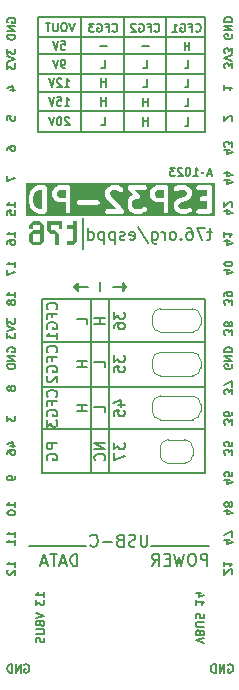
<source format=gbr>
%TF.GenerationSoftware,KiCad,Pcbnew,7.99.0-2389-gf842e6ac7a*%
%TF.CreationDate,2023-09-28T17:07:59+02:00*%
%TF.ProjectId,ESP32 PD Module,45535033-3220-4504-9420-4d6f64756c65,rev?*%
%TF.SameCoordinates,Original*%
%TF.FileFunction,Legend,Bot*%
%TF.FilePolarity,Positive*%
%FSLAX46Y46*%
G04 Gerber Fmt 4.6, Leading zero omitted, Abs format (unit mm)*
G04 Created by KiCad (PCBNEW 7.99.0-2389-gf842e6ac7a) date 2023-09-28 17:07:59*
%MOMM*%
%LPD*%
G01*
G04 APERTURE LIST*
G04 Aperture macros list*
%AMFreePoly0*
4,1,19,0.550000,-0.750000,0.000000,-0.750000,0.000000,-0.744911,-0.071157,-0.744911,-0.207708,-0.704816,-0.327430,-0.627875,-0.420627,-0.520320,-0.479746,-0.390866,-0.500000,-0.250000,-0.500000,0.250000,-0.479746,0.390866,-0.420627,0.520320,-0.327430,0.627875,-0.207708,0.704816,-0.071157,0.744911,0.000000,0.744911,0.000000,0.750000,0.550000,0.750000,0.550000,-0.750000,0.550000,-0.750000,
$1*%
%AMFreePoly1*
4,1,19,0.000000,0.744911,0.071157,0.744911,0.207708,0.704816,0.327430,0.627875,0.420627,0.520320,0.479746,0.390866,0.500000,0.250000,0.500000,-0.250000,0.479746,-0.390866,0.420627,-0.520320,0.327430,-0.627875,0.207708,-0.704816,0.071157,-0.744911,0.000000,-0.744911,0.000000,-0.750000,-0.550000,-0.750000,-0.550000,0.750000,0.000000,0.750000,0.000000,0.744911,0.000000,0.744911,
$1*%
%AMFreePoly2*
4,1,19,0.500000,-0.750000,0.000000,-0.750000,0.000000,-0.744911,-0.071157,-0.744911,-0.207708,-0.704816,-0.327430,-0.627875,-0.420627,-0.520320,-0.479746,-0.390866,-0.500000,-0.250000,-0.500000,0.250000,-0.479746,0.390866,-0.420627,0.520320,-0.327430,0.627875,-0.207708,0.704816,-0.071157,0.744911,0.000000,0.744911,0.000000,0.750000,0.500000,0.750000,0.500000,-0.750000,0.500000,-0.750000,
$1*%
%AMFreePoly3*
4,1,19,0.000000,0.744911,0.071157,0.744911,0.207708,0.704816,0.327430,0.627875,0.420627,0.520320,0.479746,0.390866,0.500000,0.250000,0.500000,-0.250000,0.479746,-0.390866,0.420627,-0.520320,0.327430,-0.627875,0.207708,-0.704816,0.071157,-0.744911,0.000000,-0.744911,0.000000,-0.750000,-0.500000,-0.750000,-0.500000,0.750000,0.000000,0.750000,0.000000,0.744911,0.000000,0.744911,
$1*%
G04 Aperture macros list end*
%ADD10C,0.150000*%
%ADD11C,0.000000*%
%ADD12C,0.400000*%
%ADD13C,0.175000*%
%ADD14C,0.120000*%
%ADD15R,1.700000X1.700000*%
%ADD16O,1.700000X1.700000*%
%ADD17O,1.200000X1.800000*%
%ADD18O,1.200000X2.000000*%
%ADD19C,0.750000*%
%ADD20FreePoly0,180.000000*%
%ADD21R,1.000000X1.500000*%
%ADD22FreePoly1,180.000000*%
%ADD23FreePoly2,0.000000*%
%ADD24FreePoly3,0.000000*%
G04 APERTURE END LIST*
D10*
X67467982Y-63116033D02*
X67134649Y-63116033D01*
X67534649Y-63316033D02*
X67301316Y-62616033D01*
X67301316Y-62616033D02*
X67067982Y-63316033D01*
X66734649Y-63016033D02*
X66767982Y-63049366D01*
X66767982Y-63049366D02*
X66734649Y-63082700D01*
X66734649Y-63082700D02*
X66701316Y-63049366D01*
X66701316Y-63049366D02*
X66734649Y-63016033D01*
X66734649Y-63016033D02*
X66734649Y-63082700D01*
X65934649Y-63316033D02*
X66334649Y-63316033D01*
X66134649Y-63316033D02*
X66134649Y-62616033D01*
X66134649Y-62616033D02*
X66201316Y-62716033D01*
X66201316Y-62716033D02*
X66267983Y-62782700D01*
X66267983Y-62782700D02*
X66334649Y-62816033D01*
X65501316Y-62616033D02*
X65434649Y-62616033D01*
X65434649Y-62616033D02*
X65367982Y-62649366D01*
X65367982Y-62649366D02*
X65334649Y-62682700D01*
X65334649Y-62682700D02*
X65301316Y-62749366D01*
X65301316Y-62749366D02*
X65267982Y-62882700D01*
X65267982Y-62882700D02*
X65267982Y-63049366D01*
X65267982Y-63049366D02*
X65301316Y-63182700D01*
X65301316Y-63182700D02*
X65334649Y-63249366D01*
X65334649Y-63249366D02*
X65367982Y-63282700D01*
X65367982Y-63282700D02*
X65434649Y-63316033D01*
X65434649Y-63316033D02*
X65501316Y-63316033D01*
X65501316Y-63316033D02*
X65567982Y-63282700D01*
X65567982Y-63282700D02*
X65601316Y-63249366D01*
X65601316Y-63249366D02*
X65634649Y-63182700D01*
X65634649Y-63182700D02*
X65667982Y-63049366D01*
X65667982Y-63049366D02*
X65667982Y-62882700D01*
X65667982Y-62882700D02*
X65634649Y-62749366D01*
X65634649Y-62749366D02*
X65601316Y-62682700D01*
X65601316Y-62682700D02*
X65567982Y-62649366D01*
X65567982Y-62649366D02*
X65501316Y-62616033D01*
X65001315Y-62682700D02*
X64967982Y-62649366D01*
X64967982Y-62649366D02*
X64901315Y-62616033D01*
X64901315Y-62616033D02*
X64734649Y-62616033D01*
X64734649Y-62616033D02*
X64667982Y-62649366D01*
X64667982Y-62649366D02*
X64634649Y-62682700D01*
X64634649Y-62682700D02*
X64601315Y-62749366D01*
X64601315Y-62749366D02*
X64601315Y-62816033D01*
X64601315Y-62816033D02*
X64634649Y-62916033D01*
X64634649Y-62916033D02*
X65034649Y-63316033D01*
X65034649Y-63316033D02*
X64601315Y-63316033D01*
X64367982Y-62616033D02*
X63934648Y-62616033D01*
X63934648Y-62616033D02*
X64167982Y-62882700D01*
X64167982Y-62882700D02*
X64067982Y-62882700D01*
X64067982Y-62882700D02*
X64001315Y-62916033D01*
X64001315Y-62916033D02*
X63967982Y-62949366D01*
X63967982Y-62949366D02*
X63934648Y-63016033D01*
X63934648Y-63016033D02*
X63934648Y-63182700D01*
X63934648Y-63182700D02*
X63967982Y-63249366D01*
X63967982Y-63249366D02*
X64001315Y-63282700D01*
X64001315Y-63282700D02*
X64067982Y-63316033D01*
X64067982Y-63316033D02*
X64267982Y-63316033D01*
X64267982Y-63316033D02*
X64334648Y-63282700D01*
X64334648Y-63282700D02*
X64367982Y-63249366D01*
X56601567Y-66900184D02*
X56601567Y-69500184D01*
D11*
G36*
X55740236Y-69193271D02*
G01*
X55228931Y-69193271D01*
X55228931Y-68908473D01*
X56025033Y-68908473D01*
X55740236Y-69193271D01*
G37*
G36*
X56081121Y-68843259D02*
G01*
X55740236Y-68843259D01*
X55740236Y-68556214D01*
X56081121Y-68556214D01*
X56081121Y-68843259D01*
G37*
G36*
X56081121Y-68491000D02*
G01*
X55740236Y-68491000D01*
X55740236Y-68203955D01*
X56081121Y-68203955D01*
X56081121Y-68491000D01*
G37*
G36*
X56081121Y-68138695D02*
G01*
X55740236Y-68138695D01*
X55740236Y-67851650D01*
X56081121Y-67851650D01*
X56081121Y-68138695D01*
G37*
G36*
X56081121Y-67786436D02*
G01*
X55228931Y-67786436D01*
X55228931Y-67499391D01*
X56081121Y-67499391D01*
X56081121Y-67786436D01*
G37*
G36*
X56081121Y-67434176D02*
G01*
X55740236Y-67434176D01*
X55740236Y-67148049D01*
X56081121Y-67148049D01*
X56081121Y-67434176D01*
G37*
G36*
X56081121Y-68203955D02*
G01*
X55740236Y-68203955D01*
X55740236Y-68138741D01*
X56081121Y-68138741D01*
X56081121Y-68203955D01*
G37*
G36*
X56081121Y-68852386D02*
G01*
X56025033Y-68908473D01*
X55228931Y-68908473D01*
X55228931Y-68852386D01*
X55740236Y-68852386D01*
X55740236Y-68843259D01*
X56081121Y-68843259D01*
X56081121Y-68852386D01*
G37*
G36*
X56081121Y-67851696D02*
G01*
X55740236Y-67851696D01*
X55740236Y-67829774D01*
X55228931Y-67829774D01*
X55228931Y-67786436D01*
X56081121Y-67786436D01*
X56081121Y-67851696D01*
G37*
G36*
X56081121Y-68556214D02*
G01*
X55740236Y-68556214D01*
X55740236Y-68491000D01*
X56081121Y-68491000D01*
X56081121Y-68556214D01*
G37*
G36*
X56081121Y-67499391D02*
G01*
X55228931Y-67499391D01*
X55228931Y-67488889D01*
X55740236Y-67488889D01*
X55740236Y-67434176D01*
X56081121Y-67434176D01*
X56081121Y-67499391D01*
G37*
G36*
X53264424Y-67463940D02*
G01*
X53264424Y-68878847D01*
X52950000Y-69193454D01*
X52321107Y-69193454D01*
X52006729Y-68879031D01*
X52006729Y-68250000D01*
X52321107Y-68250000D01*
X52321107Y-68878847D01*
X52950000Y-68878847D01*
X52950000Y-68250000D01*
X52321107Y-68250000D01*
X52006729Y-68250000D01*
X52321107Y-67935576D01*
X52950000Y-67935576D01*
X52950000Y-67463940D01*
X52321107Y-67463940D01*
X52321107Y-67778364D01*
X52006729Y-67778364D01*
X52006729Y-67463940D01*
X52321107Y-67149471D01*
X52950000Y-67149471D01*
X53264424Y-67463940D01*
G37*
G36*
X54836543Y-67778364D02*
G01*
X54522119Y-67778364D01*
X54522119Y-67463940D01*
X53893271Y-67463940D01*
X53893271Y-67935576D01*
X54207695Y-67935576D01*
X54522119Y-68250000D01*
X54522119Y-69193271D01*
X54207695Y-69193271D01*
X54207695Y-68250000D01*
X53893271Y-68250000D01*
X53578848Y-67935576D01*
X53578848Y-67149471D01*
X54836543Y-67149471D01*
X54836543Y-67778364D01*
G37*
D10*
X67506077Y-68053152D02*
X67125125Y-68053152D01*
X67363220Y-67719819D02*
X67363220Y-68576961D01*
X67363220Y-68576961D02*
X67315601Y-68672200D01*
X67315601Y-68672200D02*
X67220363Y-68719819D01*
X67220363Y-68719819D02*
X67125125Y-68719819D01*
X66887029Y-67719819D02*
X66220363Y-67719819D01*
X66220363Y-67719819D02*
X66648934Y-68719819D01*
X65410839Y-67719819D02*
X65601315Y-67719819D01*
X65601315Y-67719819D02*
X65696553Y-67767438D01*
X65696553Y-67767438D02*
X65744172Y-67815057D01*
X65744172Y-67815057D02*
X65839410Y-67957914D01*
X65839410Y-67957914D02*
X65887029Y-68148390D01*
X65887029Y-68148390D02*
X65887029Y-68529342D01*
X65887029Y-68529342D02*
X65839410Y-68624580D01*
X65839410Y-68624580D02*
X65791791Y-68672200D01*
X65791791Y-68672200D02*
X65696553Y-68719819D01*
X65696553Y-68719819D02*
X65506077Y-68719819D01*
X65506077Y-68719819D02*
X65410839Y-68672200D01*
X65410839Y-68672200D02*
X65363220Y-68624580D01*
X65363220Y-68624580D02*
X65315601Y-68529342D01*
X65315601Y-68529342D02*
X65315601Y-68291247D01*
X65315601Y-68291247D02*
X65363220Y-68196009D01*
X65363220Y-68196009D02*
X65410839Y-68148390D01*
X65410839Y-68148390D02*
X65506077Y-68100771D01*
X65506077Y-68100771D02*
X65696553Y-68100771D01*
X65696553Y-68100771D02*
X65791791Y-68148390D01*
X65791791Y-68148390D02*
X65839410Y-68196009D01*
X65839410Y-68196009D02*
X65887029Y-68291247D01*
X64887029Y-68624580D02*
X64839410Y-68672200D01*
X64839410Y-68672200D02*
X64887029Y-68719819D01*
X64887029Y-68719819D02*
X64934648Y-68672200D01*
X64934648Y-68672200D02*
X64887029Y-68624580D01*
X64887029Y-68624580D02*
X64887029Y-68719819D01*
X64267982Y-68719819D02*
X64363220Y-68672200D01*
X64363220Y-68672200D02*
X64410839Y-68624580D01*
X64410839Y-68624580D02*
X64458458Y-68529342D01*
X64458458Y-68529342D02*
X64458458Y-68243628D01*
X64458458Y-68243628D02*
X64410839Y-68148390D01*
X64410839Y-68148390D02*
X64363220Y-68100771D01*
X64363220Y-68100771D02*
X64267982Y-68053152D01*
X64267982Y-68053152D02*
X64125125Y-68053152D01*
X64125125Y-68053152D02*
X64029887Y-68100771D01*
X64029887Y-68100771D02*
X63982268Y-68148390D01*
X63982268Y-68148390D02*
X63934649Y-68243628D01*
X63934649Y-68243628D02*
X63934649Y-68529342D01*
X63934649Y-68529342D02*
X63982268Y-68624580D01*
X63982268Y-68624580D02*
X64029887Y-68672200D01*
X64029887Y-68672200D02*
X64125125Y-68719819D01*
X64125125Y-68719819D02*
X64267982Y-68719819D01*
X63506077Y-68719819D02*
X63506077Y-68053152D01*
X63506077Y-68243628D02*
X63458458Y-68148390D01*
X63458458Y-68148390D02*
X63410839Y-68100771D01*
X63410839Y-68100771D02*
X63315601Y-68053152D01*
X63315601Y-68053152D02*
X63220363Y-68053152D01*
X62458458Y-68053152D02*
X62458458Y-68862676D01*
X62458458Y-68862676D02*
X62506077Y-68957914D01*
X62506077Y-68957914D02*
X62553696Y-69005533D01*
X62553696Y-69005533D02*
X62648934Y-69053152D01*
X62648934Y-69053152D02*
X62791791Y-69053152D01*
X62791791Y-69053152D02*
X62887029Y-69005533D01*
X62458458Y-68672200D02*
X62553696Y-68719819D01*
X62553696Y-68719819D02*
X62744172Y-68719819D01*
X62744172Y-68719819D02*
X62839410Y-68672200D01*
X62839410Y-68672200D02*
X62887029Y-68624580D01*
X62887029Y-68624580D02*
X62934648Y-68529342D01*
X62934648Y-68529342D02*
X62934648Y-68243628D01*
X62934648Y-68243628D02*
X62887029Y-68148390D01*
X62887029Y-68148390D02*
X62839410Y-68100771D01*
X62839410Y-68100771D02*
X62744172Y-68053152D01*
X62744172Y-68053152D02*
X62553696Y-68053152D01*
X62553696Y-68053152D02*
X62458458Y-68100771D01*
X61267982Y-67672200D02*
X62125124Y-68957914D01*
X60553696Y-68672200D02*
X60648934Y-68719819D01*
X60648934Y-68719819D02*
X60839410Y-68719819D01*
X60839410Y-68719819D02*
X60934648Y-68672200D01*
X60934648Y-68672200D02*
X60982267Y-68576961D01*
X60982267Y-68576961D02*
X60982267Y-68196009D01*
X60982267Y-68196009D02*
X60934648Y-68100771D01*
X60934648Y-68100771D02*
X60839410Y-68053152D01*
X60839410Y-68053152D02*
X60648934Y-68053152D01*
X60648934Y-68053152D02*
X60553696Y-68100771D01*
X60553696Y-68100771D02*
X60506077Y-68196009D01*
X60506077Y-68196009D02*
X60506077Y-68291247D01*
X60506077Y-68291247D02*
X60982267Y-68386485D01*
X60125124Y-68672200D02*
X60029886Y-68719819D01*
X60029886Y-68719819D02*
X59839410Y-68719819D01*
X59839410Y-68719819D02*
X59744172Y-68672200D01*
X59744172Y-68672200D02*
X59696553Y-68576961D01*
X59696553Y-68576961D02*
X59696553Y-68529342D01*
X59696553Y-68529342D02*
X59744172Y-68434104D01*
X59744172Y-68434104D02*
X59839410Y-68386485D01*
X59839410Y-68386485D02*
X59982267Y-68386485D01*
X59982267Y-68386485D02*
X60077505Y-68338866D01*
X60077505Y-68338866D02*
X60125124Y-68243628D01*
X60125124Y-68243628D02*
X60125124Y-68196009D01*
X60125124Y-68196009D02*
X60077505Y-68100771D01*
X60077505Y-68100771D02*
X59982267Y-68053152D01*
X59982267Y-68053152D02*
X59839410Y-68053152D01*
X59839410Y-68053152D02*
X59744172Y-68100771D01*
X59267981Y-68053152D02*
X59267981Y-69053152D01*
X59267981Y-68100771D02*
X59172743Y-68053152D01*
X59172743Y-68053152D02*
X58982267Y-68053152D01*
X58982267Y-68053152D02*
X58887029Y-68100771D01*
X58887029Y-68100771D02*
X58839410Y-68148390D01*
X58839410Y-68148390D02*
X58791791Y-68243628D01*
X58791791Y-68243628D02*
X58791791Y-68529342D01*
X58791791Y-68529342D02*
X58839410Y-68624580D01*
X58839410Y-68624580D02*
X58887029Y-68672200D01*
X58887029Y-68672200D02*
X58982267Y-68719819D01*
X58982267Y-68719819D02*
X59172743Y-68719819D01*
X59172743Y-68719819D02*
X59267981Y-68672200D01*
X58363219Y-68053152D02*
X58363219Y-69053152D01*
X58363219Y-68100771D02*
X58267981Y-68053152D01*
X58267981Y-68053152D02*
X58077505Y-68053152D01*
X58077505Y-68053152D02*
X57982267Y-68100771D01*
X57982267Y-68100771D02*
X57934648Y-68148390D01*
X57934648Y-68148390D02*
X57887029Y-68243628D01*
X57887029Y-68243628D02*
X57887029Y-68529342D01*
X57887029Y-68529342D02*
X57934648Y-68624580D01*
X57934648Y-68624580D02*
X57982267Y-68672200D01*
X57982267Y-68672200D02*
X58077505Y-68719819D01*
X58077505Y-68719819D02*
X58267981Y-68719819D01*
X58267981Y-68719819D02*
X58363219Y-68672200D01*
X57029886Y-68719819D02*
X57029886Y-67719819D01*
X57029886Y-68672200D02*
X57125124Y-68719819D01*
X57125124Y-68719819D02*
X57315600Y-68719819D01*
X57315600Y-68719819D02*
X57410838Y-68672200D01*
X57410838Y-68672200D02*
X57458457Y-68624580D01*
X57458457Y-68624580D02*
X57506076Y-68529342D01*
X57506076Y-68529342D02*
X57506076Y-68243628D01*
X57506076Y-68243628D02*
X57458457Y-68148390D01*
X57458457Y-68148390D02*
X57410838Y-68100771D01*
X57410838Y-68100771D02*
X57315600Y-68053152D01*
X57315600Y-68053152D02*
X57125124Y-68053152D01*
X57125124Y-68053152D02*
X57029886Y-68100771D01*
D12*
G36*
X53123809Y-66104438D02*
G01*
X52880075Y-66104438D01*
X52669939Y-66034393D01*
X52535799Y-65900251D01*
X52464893Y-65758440D01*
X52380952Y-65422672D01*
X52380952Y-65186202D01*
X52464893Y-64850434D01*
X52535799Y-64708622D01*
X52669940Y-64574482D01*
X52880075Y-64504438D01*
X53123809Y-64504438D01*
X53123809Y-66104438D01*
G37*
G36*
X55123809Y-65152057D02*
G01*
X54609117Y-65152057D01*
X54489899Y-65092448D01*
X54440561Y-65043108D01*
X54380952Y-64923890D01*
X54380952Y-64732603D01*
X54440561Y-64613384D01*
X54489899Y-64564047D01*
X54609117Y-64504438D01*
X55123809Y-64504438D01*
X55123809Y-65152057D01*
G37*
G36*
X63409523Y-65152057D02*
G01*
X62894831Y-65152057D01*
X62775613Y-65092448D01*
X62726275Y-65043108D01*
X62666666Y-64923890D01*
X62666666Y-64732603D01*
X62726275Y-64613384D01*
X62775613Y-64564047D01*
X62894831Y-64504438D01*
X63409523Y-64504438D01*
X63409523Y-65152057D01*
G37*
G36*
X67746031Y-66726660D02*
G01*
X51758730Y-66726660D01*
X51758730Y-65447295D01*
X51980952Y-65447295D01*
X51986417Y-65471242D01*
X51986923Y-65495802D01*
X52082161Y-65876754D01*
X52092099Y-65896348D01*
X52097305Y-65917690D01*
X52192543Y-66108166D01*
X52212926Y-66132961D01*
X52230006Y-66160144D01*
X52420482Y-66350621D01*
X52421769Y-66351430D01*
X52422598Y-66352706D01*
X52459374Y-66375059D01*
X52495847Y-66397977D01*
X52497360Y-66398147D01*
X52498659Y-66398937D01*
X52784374Y-66494175D01*
X52816322Y-66497294D01*
X52847619Y-66504438D01*
X53323809Y-66504438D01*
X53345777Y-66499424D01*
X53368313Y-66499424D01*
X53388616Y-66489646D01*
X53410586Y-66484632D01*
X53428205Y-66470580D01*
X53448507Y-66460804D01*
X53462557Y-66443186D01*
X53480175Y-66429136D01*
X53489951Y-66408834D01*
X53504003Y-66391215D01*
X53509017Y-66369245D01*
X53518795Y-66348942D01*
X53518795Y-66326406D01*
X53523809Y-66304438D01*
X53523809Y-64971104D01*
X53980952Y-64971104D01*
X53981290Y-64972586D01*
X53980974Y-64974073D01*
X53991171Y-65015879D01*
X54000758Y-65057881D01*
X54001706Y-65059070D01*
X54002067Y-65060547D01*
X54097305Y-65251023D01*
X54117688Y-65275818D01*
X54134768Y-65303001D01*
X54230006Y-65398240D01*
X54257187Y-65415319D01*
X54281985Y-65435704D01*
X54472462Y-65530943D01*
X54473938Y-65531303D01*
X54475127Y-65532251D01*
X54517105Y-65541832D01*
X54558935Y-65552035D01*
X54560421Y-65551718D01*
X54561904Y-65552057D01*
X55123809Y-65552057D01*
X55123809Y-66304438D01*
X55143615Y-66391215D01*
X55199111Y-66460804D01*
X55279305Y-66499424D01*
X55368313Y-66499424D01*
X55448507Y-66460804D01*
X55504003Y-66391215D01*
X55523809Y-66304438D01*
X55523809Y-65587037D01*
X56081204Y-65587037D01*
X56119824Y-65667231D01*
X56189413Y-65722727D01*
X56276190Y-65742533D01*
X57799999Y-65742533D01*
X57886776Y-65722727D01*
X57956365Y-65667231D01*
X57994985Y-65587037D01*
X57994985Y-65498029D01*
X57956365Y-65417835D01*
X57886776Y-65362339D01*
X57799999Y-65342533D01*
X56276190Y-65342533D01*
X56189413Y-65362339D01*
X56119824Y-65417835D01*
X56081204Y-65498029D01*
X56081204Y-65587037D01*
X55523809Y-65587037D01*
X55523809Y-64875866D01*
X58457142Y-64875866D01*
X58464284Y-64907161D01*
X58467405Y-64939112D01*
X58562643Y-65224826D01*
X58563432Y-65226125D01*
X58563603Y-65227636D01*
X58586493Y-65264065D01*
X58608874Y-65300886D01*
X58610150Y-65301715D01*
X58610959Y-65303001D01*
X59412395Y-66104438D01*
X58657142Y-66104438D01*
X58570365Y-66124244D01*
X58500776Y-66179740D01*
X58462156Y-66259934D01*
X58462156Y-66348942D01*
X58500776Y-66429136D01*
X58570365Y-66484632D01*
X58657142Y-66504438D01*
X59895237Y-66504438D01*
X59906325Y-66501907D01*
X59917630Y-66503181D01*
X59949303Y-66492097D01*
X59982014Y-66484632D01*
X59990906Y-66477540D01*
X60001644Y-66473783D01*
X60025373Y-66450053D01*
X60051603Y-66429136D01*
X60056537Y-66418889D01*
X60064582Y-66410845D01*
X60075665Y-66379170D01*
X60090223Y-66348942D01*
X60090223Y-66337567D01*
X60093980Y-66326831D01*
X60090223Y-66293487D01*
X60090223Y-66259934D01*
X60085287Y-66249685D01*
X60084014Y-66238383D01*
X60066161Y-66209970D01*
X60051603Y-66179740D01*
X60042710Y-66172648D01*
X60036659Y-66163017D01*
X59797127Y-65923485D01*
X60361904Y-65923485D01*
X60362242Y-65924967D01*
X60361926Y-65926454D01*
X60372123Y-65968260D01*
X60381710Y-66010262D01*
X60382658Y-66011451D01*
X60383019Y-66012928D01*
X60478257Y-66203404D01*
X60498640Y-66228199D01*
X60515720Y-66255382D01*
X60610958Y-66350621D01*
X60638139Y-66367700D01*
X60662937Y-66388085D01*
X60853414Y-66483324D01*
X60854890Y-66483684D01*
X60856079Y-66484632D01*
X60898057Y-66494213D01*
X60939887Y-66504416D01*
X60941373Y-66504099D01*
X60942856Y-66504438D01*
X61514285Y-66504438D01*
X61515767Y-66504099D01*
X61517254Y-66504416D01*
X61559060Y-66494218D01*
X61601062Y-66484632D01*
X61602251Y-66483683D01*
X61603728Y-66483323D01*
X61794204Y-66388085D01*
X61818998Y-66367702D01*
X61846183Y-66350621D01*
X61941421Y-66255381D01*
X61988777Y-66180016D01*
X61998741Y-66091567D01*
X61969344Y-66007553D01*
X61906405Y-65944615D01*
X61822391Y-65915218D01*
X61733943Y-65925184D01*
X61658577Y-65972540D01*
X61586288Y-66044829D01*
X61467072Y-66104438D01*
X60990069Y-66104438D01*
X60870851Y-66044829D01*
X60821513Y-65995489D01*
X60761904Y-65876271D01*
X60761904Y-65494508D01*
X60821513Y-65375290D01*
X60870851Y-65325950D01*
X60990069Y-65266342D01*
X61228571Y-65266342D01*
X61233113Y-65265305D01*
X61237694Y-65266133D01*
X61276285Y-65255451D01*
X61315348Y-65246536D01*
X61318989Y-65243632D01*
X61323477Y-65242390D01*
X61353620Y-65216014D01*
X61384937Y-65191040D01*
X61386957Y-65186844D01*
X61390463Y-65183777D01*
X61406174Y-65146941D01*
X61423557Y-65110846D01*
X61423557Y-65106186D01*
X61425383Y-65101905D01*
X61423557Y-65061914D01*
X61423557Y-65021838D01*
X61421535Y-65017640D01*
X61421323Y-65012989D01*
X61402318Y-64977735D01*
X61399125Y-64971104D01*
X62266666Y-64971104D01*
X62267004Y-64972586D01*
X62266688Y-64974073D01*
X62276885Y-65015879D01*
X62286472Y-65057881D01*
X62287420Y-65059070D01*
X62287781Y-65060547D01*
X62383019Y-65251023D01*
X62403402Y-65275818D01*
X62420482Y-65303001D01*
X62515720Y-65398240D01*
X62542901Y-65415319D01*
X62567699Y-65435704D01*
X62758176Y-65530943D01*
X62759652Y-65531303D01*
X62760841Y-65532251D01*
X62802819Y-65541832D01*
X62844649Y-65552035D01*
X62846135Y-65551718D01*
X62847618Y-65552057D01*
X63409523Y-65552057D01*
X63409523Y-66304438D01*
X63429329Y-66391215D01*
X63484825Y-66460804D01*
X63565019Y-66499424D01*
X63654027Y-66499424D01*
X63734221Y-66460804D01*
X63789717Y-66391215D01*
X63809523Y-66304438D01*
X63809523Y-65923485D01*
X64266666Y-65923485D01*
X64267004Y-65924967D01*
X64266688Y-65926454D01*
X64276885Y-65968260D01*
X64286472Y-66010262D01*
X64287420Y-66011451D01*
X64287781Y-66012928D01*
X64383019Y-66203404D01*
X64403402Y-66228199D01*
X64420482Y-66255382D01*
X64515720Y-66350621D01*
X64542901Y-66367700D01*
X64567699Y-66388085D01*
X64758176Y-66483324D01*
X64759652Y-66483684D01*
X64760841Y-66484632D01*
X64802819Y-66494213D01*
X64844649Y-66504416D01*
X64846135Y-66504099D01*
X64847618Y-66504438D01*
X65323809Y-66504438D01*
X65355104Y-66497295D01*
X65387055Y-66494175D01*
X65672769Y-66398937D01*
X65748829Y-66352706D01*
X65751273Y-66348942D01*
X66176442Y-66348942D01*
X66215062Y-66429136D01*
X66284651Y-66484632D01*
X66371428Y-66504438D01*
X67323809Y-66504438D01*
X67345777Y-66499424D01*
X67368313Y-66499424D01*
X67388616Y-66489646D01*
X67410586Y-66484632D01*
X67428205Y-66470580D01*
X67448507Y-66460804D01*
X67462557Y-66443186D01*
X67480175Y-66429136D01*
X67489951Y-66408834D01*
X67504003Y-66391215D01*
X67509017Y-66369245D01*
X67518795Y-66348942D01*
X67518795Y-66326406D01*
X67523809Y-66304438D01*
X67523809Y-64304438D01*
X67518795Y-64282469D01*
X67518795Y-64259934D01*
X67509017Y-64239630D01*
X67504003Y-64217661D01*
X67489951Y-64200041D01*
X67480175Y-64179740D01*
X67462557Y-64165689D01*
X67448507Y-64148072D01*
X67428205Y-64138295D01*
X67410586Y-64124244D01*
X67388616Y-64119229D01*
X67368313Y-64109452D01*
X67345777Y-64109452D01*
X67323809Y-64104438D01*
X66371428Y-64104438D01*
X66284651Y-64124244D01*
X66215062Y-64179740D01*
X66176442Y-64259934D01*
X66176442Y-64348942D01*
X66215062Y-64429136D01*
X66284651Y-64484632D01*
X66371428Y-64504438D01*
X67123809Y-64504438D01*
X67123809Y-65056819D01*
X66657142Y-65056819D01*
X66570365Y-65076625D01*
X66500776Y-65132121D01*
X66462156Y-65212315D01*
X66462156Y-65301323D01*
X66500776Y-65381517D01*
X66570365Y-65437013D01*
X66657142Y-65456819D01*
X67123809Y-65456819D01*
X67123809Y-66104438D01*
X66371428Y-66104438D01*
X66284651Y-66124244D01*
X66215062Y-66179740D01*
X66176442Y-66259934D01*
X66176442Y-66348942D01*
X65751273Y-66348942D01*
X65797298Y-66278052D01*
X65808576Y-66189760D01*
X65780430Y-66105320D01*
X65718432Y-66041454D01*
X65634865Y-66010812D01*
X65546277Y-66019463D01*
X65291352Y-66104438D01*
X64894831Y-66104438D01*
X64775613Y-66044829D01*
X64726275Y-65995489D01*
X64666666Y-65876271D01*
X64666666Y-65780222D01*
X64726275Y-65661003D01*
X64775613Y-65611666D01*
X64917420Y-65540762D01*
X65277078Y-65450848D01*
X65296672Y-65440909D01*
X65318014Y-65435704D01*
X65508490Y-65340465D01*
X65533287Y-65320079D01*
X65560468Y-65303001D01*
X65655706Y-65207763D01*
X65672783Y-65180584D01*
X65693170Y-65155785D01*
X65788409Y-64965308D01*
X65788769Y-64963831D01*
X65789717Y-64962643D01*
X65799298Y-64920664D01*
X65809501Y-64878835D01*
X65809184Y-64877348D01*
X65809523Y-64875866D01*
X65809523Y-64685390D01*
X65809184Y-64683907D01*
X65809501Y-64682421D01*
X65799298Y-64640591D01*
X65789717Y-64598613D01*
X65788769Y-64597424D01*
X65788409Y-64595948D01*
X65693170Y-64405471D01*
X65672783Y-64380671D01*
X65655706Y-64353493D01*
X65560468Y-64258255D01*
X65533287Y-64241176D01*
X65508490Y-64220791D01*
X65318014Y-64125553D01*
X65316537Y-64125192D01*
X65315348Y-64124244D01*
X65273346Y-64114657D01*
X65231540Y-64104460D01*
X65230053Y-64104776D01*
X65228571Y-64104438D01*
X64752380Y-64104438D01*
X64721084Y-64111580D01*
X64689134Y-64114701D01*
X64403420Y-64209939D01*
X64327360Y-64256170D01*
X64278891Y-64330824D01*
X64267613Y-64419116D01*
X64295759Y-64503556D01*
X64357757Y-64567422D01*
X64441324Y-64598064D01*
X64529912Y-64589413D01*
X64784837Y-64504438D01*
X65181358Y-64504438D01*
X65300576Y-64564047D01*
X65349914Y-64613385D01*
X65409523Y-64732603D01*
X65409523Y-64828653D01*
X65349914Y-64947871D01*
X65300576Y-64997208D01*
X65158763Y-65068116D01*
X64799111Y-65158028D01*
X64779518Y-65167965D01*
X64758176Y-65173171D01*
X64567699Y-65268410D01*
X64542899Y-65288796D01*
X64515721Y-65305874D01*
X64420483Y-65401112D01*
X64403404Y-65428292D01*
X64383019Y-65453090D01*
X64287781Y-65643566D01*
X64287420Y-65645042D01*
X64286472Y-65646232D01*
X64276885Y-65688233D01*
X64266688Y-65730040D01*
X64267004Y-65731526D01*
X64266666Y-65733009D01*
X64266666Y-65923485D01*
X63809523Y-65923485D01*
X63809523Y-64304438D01*
X63804509Y-64282469D01*
X63804509Y-64259934D01*
X63794731Y-64239630D01*
X63789717Y-64217661D01*
X63775665Y-64200041D01*
X63765889Y-64179740D01*
X63748271Y-64165689D01*
X63734221Y-64148072D01*
X63713919Y-64138295D01*
X63696300Y-64124244D01*
X63674330Y-64119229D01*
X63654027Y-64109452D01*
X63631491Y-64109452D01*
X63609523Y-64104438D01*
X62847618Y-64104438D01*
X62846135Y-64104776D01*
X62844649Y-64104460D01*
X62802819Y-64114662D01*
X62760841Y-64124244D01*
X62759652Y-64125191D01*
X62758176Y-64125552D01*
X62567699Y-64220791D01*
X62542899Y-64241177D01*
X62515721Y-64258255D01*
X62420483Y-64353493D01*
X62403404Y-64380673D01*
X62383019Y-64405471D01*
X62287781Y-64595947D01*
X62287420Y-64597423D01*
X62286472Y-64598613D01*
X62276885Y-64640614D01*
X62266688Y-64682421D01*
X62267004Y-64683907D01*
X62266666Y-64685390D01*
X62266666Y-64971104D01*
X61399125Y-64971104D01*
X61384937Y-64941644D01*
X61381295Y-64938740D01*
X61379086Y-64934641D01*
X61002658Y-64504438D01*
X61799999Y-64504438D01*
X61886776Y-64484632D01*
X61956365Y-64429136D01*
X61994985Y-64348942D01*
X61994985Y-64259934D01*
X61956365Y-64179740D01*
X61886776Y-64124244D01*
X61799999Y-64104438D01*
X60561904Y-64104438D01*
X60557364Y-64105474D01*
X60552781Y-64104646D01*
X60514175Y-64115331D01*
X60475127Y-64124244D01*
X60471486Y-64127147D01*
X60466997Y-64128390D01*
X60436842Y-64154774D01*
X60405538Y-64179740D01*
X60403518Y-64183934D01*
X60400012Y-64187002D01*
X60384294Y-64223851D01*
X60366918Y-64259934D01*
X60366918Y-64264591D01*
X60365091Y-64268875D01*
X60366918Y-64308886D01*
X60366918Y-64348942D01*
X60368938Y-64353137D01*
X60369151Y-64357790D01*
X60388159Y-64393048D01*
X60405538Y-64429136D01*
X60409179Y-64432039D01*
X60411389Y-64436139D01*
X60820633Y-64903846D01*
X60662937Y-64982695D01*
X60638139Y-65003079D01*
X60610958Y-65020159D01*
X60515720Y-65115398D01*
X60498640Y-65142580D01*
X60478257Y-65167376D01*
X60383019Y-65357852D01*
X60382658Y-65359328D01*
X60381710Y-65360518D01*
X60372123Y-65402519D01*
X60361926Y-65444326D01*
X60362242Y-65445812D01*
X60361904Y-65447295D01*
X60361904Y-65923485D01*
X59797127Y-65923485D01*
X58927187Y-65053545D01*
X58857142Y-64843409D01*
X58857142Y-64732603D01*
X58916751Y-64613384D01*
X58966089Y-64564047D01*
X59085307Y-64504438D01*
X59467072Y-64504438D01*
X59586290Y-64564047D01*
X59658578Y-64636335D01*
X59733943Y-64683691D01*
X59822392Y-64693656D01*
X59906406Y-64664259D01*
X59969344Y-64601321D01*
X59998741Y-64517307D01*
X59988776Y-64428858D01*
X59941420Y-64353493D01*
X59846182Y-64258255D01*
X59819001Y-64241176D01*
X59794204Y-64220791D01*
X59603728Y-64125553D01*
X59602251Y-64125192D01*
X59601062Y-64124244D01*
X59559060Y-64114657D01*
X59517254Y-64104460D01*
X59515767Y-64104776D01*
X59514285Y-64104438D01*
X59038094Y-64104438D01*
X59036611Y-64104776D01*
X59035125Y-64104460D01*
X58993295Y-64114662D01*
X58951317Y-64124244D01*
X58950128Y-64125191D01*
X58948652Y-64125552D01*
X58758175Y-64220791D01*
X58733375Y-64241177D01*
X58706197Y-64258255D01*
X58610959Y-64353493D01*
X58593880Y-64380673D01*
X58573495Y-64405471D01*
X58478257Y-64595947D01*
X58477896Y-64597423D01*
X58476948Y-64598613D01*
X58467361Y-64640614D01*
X58457164Y-64682421D01*
X58457480Y-64683907D01*
X58457142Y-64685390D01*
X58457142Y-64875866D01*
X55523809Y-64875866D01*
X55523809Y-64304438D01*
X55518795Y-64282469D01*
X55518795Y-64259934D01*
X55509017Y-64239630D01*
X55504003Y-64217661D01*
X55489951Y-64200041D01*
X55480175Y-64179740D01*
X55462557Y-64165689D01*
X55448507Y-64148072D01*
X55428205Y-64138295D01*
X55410586Y-64124244D01*
X55388616Y-64119229D01*
X55368313Y-64109452D01*
X55345777Y-64109452D01*
X55323809Y-64104438D01*
X54561904Y-64104438D01*
X54560421Y-64104776D01*
X54558935Y-64104460D01*
X54517105Y-64114662D01*
X54475127Y-64124244D01*
X54473938Y-64125191D01*
X54472462Y-64125552D01*
X54281985Y-64220791D01*
X54257185Y-64241177D01*
X54230007Y-64258255D01*
X54134769Y-64353493D01*
X54117690Y-64380673D01*
X54097305Y-64405471D01*
X54002067Y-64595947D01*
X54001706Y-64597423D01*
X54000758Y-64598613D01*
X53991171Y-64640614D01*
X53980974Y-64682421D01*
X53981290Y-64683907D01*
X53980952Y-64685390D01*
X53980952Y-64971104D01*
X53523809Y-64971104D01*
X53523809Y-64304438D01*
X53518795Y-64282469D01*
X53518795Y-64259934D01*
X53509017Y-64239630D01*
X53504003Y-64217661D01*
X53489951Y-64200041D01*
X53480175Y-64179740D01*
X53462557Y-64165689D01*
X53448507Y-64148072D01*
X53428205Y-64138295D01*
X53410586Y-64124244D01*
X53388616Y-64119229D01*
X53368313Y-64109452D01*
X53345777Y-64109452D01*
X53323809Y-64104438D01*
X52847619Y-64104438D01*
X52816322Y-64111581D01*
X52784374Y-64114701D01*
X52498659Y-64209939D01*
X52497359Y-64210728D01*
X52495848Y-64210899D01*
X52459381Y-64233812D01*
X52422598Y-64256170D01*
X52421769Y-64257445D01*
X52420483Y-64258254D01*
X52230007Y-64448731D01*
X52212928Y-64475911D01*
X52192543Y-64500709D01*
X52097305Y-64691185D01*
X52092099Y-64712526D01*
X52082161Y-64732121D01*
X51986923Y-65113073D01*
X51986417Y-65137632D01*
X51980952Y-65161580D01*
X51980952Y-65447295D01*
X51758730Y-65447295D01*
X51758730Y-63882216D01*
X67746031Y-63882216D01*
X67746031Y-66726660D01*
G37*
D10*
X67225000Y-94650000D02*
X62375000Y-94650000D01*
X56850000Y-94650000D02*
X52000000Y-94650000D01*
X62030951Y-93704819D02*
X62030951Y-94514342D01*
X62030951Y-94514342D02*
X61983332Y-94609580D01*
X61983332Y-94609580D02*
X61935713Y-94657200D01*
X61935713Y-94657200D02*
X61840475Y-94704819D01*
X61840475Y-94704819D02*
X61649999Y-94704819D01*
X61649999Y-94704819D02*
X61554761Y-94657200D01*
X61554761Y-94657200D02*
X61507142Y-94609580D01*
X61507142Y-94609580D02*
X61459523Y-94514342D01*
X61459523Y-94514342D02*
X61459523Y-93704819D01*
X61030951Y-94657200D02*
X60888094Y-94704819D01*
X60888094Y-94704819D02*
X60649999Y-94704819D01*
X60649999Y-94704819D02*
X60554761Y-94657200D01*
X60554761Y-94657200D02*
X60507142Y-94609580D01*
X60507142Y-94609580D02*
X60459523Y-94514342D01*
X60459523Y-94514342D02*
X60459523Y-94419104D01*
X60459523Y-94419104D02*
X60507142Y-94323866D01*
X60507142Y-94323866D02*
X60554761Y-94276247D01*
X60554761Y-94276247D02*
X60649999Y-94228628D01*
X60649999Y-94228628D02*
X60840475Y-94181009D01*
X60840475Y-94181009D02*
X60935713Y-94133390D01*
X60935713Y-94133390D02*
X60983332Y-94085771D01*
X60983332Y-94085771D02*
X61030951Y-93990533D01*
X61030951Y-93990533D02*
X61030951Y-93895295D01*
X61030951Y-93895295D02*
X60983332Y-93800057D01*
X60983332Y-93800057D02*
X60935713Y-93752438D01*
X60935713Y-93752438D02*
X60840475Y-93704819D01*
X60840475Y-93704819D02*
X60602380Y-93704819D01*
X60602380Y-93704819D02*
X60459523Y-93752438D01*
X59697618Y-94181009D02*
X59554761Y-94228628D01*
X59554761Y-94228628D02*
X59507142Y-94276247D01*
X59507142Y-94276247D02*
X59459523Y-94371485D01*
X59459523Y-94371485D02*
X59459523Y-94514342D01*
X59459523Y-94514342D02*
X59507142Y-94609580D01*
X59507142Y-94609580D02*
X59554761Y-94657200D01*
X59554761Y-94657200D02*
X59649999Y-94704819D01*
X59649999Y-94704819D02*
X60030951Y-94704819D01*
X60030951Y-94704819D02*
X60030951Y-93704819D01*
X60030951Y-93704819D02*
X59697618Y-93704819D01*
X59697618Y-93704819D02*
X59602380Y-93752438D01*
X59602380Y-93752438D02*
X59554761Y-93800057D01*
X59554761Y-93800057D02*
X59507142Y-93895295D01*
X59507142Y-93895295D02*
X59507142Y-93990533D01*
X59507142Y-93990533D02*
X59554761Y-94085771D01*
X59554761Y-94085771D02*
X59602380Y-94133390D01*
X59602380Y-94133390D02*
X59697618Y-94181009D01*
X59697618Y-94181009D02*
X60030951Y-94181009D01*
X59030951Y-94323866D02*
X58269047Y-94323866D01*
X57221428Y-94609580D02*
X57269047Y-94657200D01*
X57269047Y-94657200D02*
X57411904Y-94704819D01*
X57411904Y-94704819D02*
X57507142Y-94704819D01*
X57507142Y-94704819D02*
X57649999Y-94657200D01*
X57649999Y-94657200D02*
X57745237Y-94561961D01*
X57745237Y-94561961D02*
X57792856Y-94466723D01*
X57792856Y-94466723D02*
X57840475Y-94276247D01*
X57840475Y-94276247D02*
X57840475Y-94133390D01*
X57840475Y-94133390D02*
X57792856Y-93942914D01*
X57792856Y-93942914D02*
X57745237Y-93847676D01*
X57745237Y-93847676D02*
X57649999Y-93752438D01*
X57649999Y-93752438D02*
X57507142Y-93704819D01*
X57507142Y-93704819D02*
X57411904Y-93704819D01*
X57411904Y-93704819D02*
X57269047Y-93752438D01*
X57269047Y-93752438D02*
X57221428Y-93800057D01*
D13*
X52614733Y-100316666D02*
X53314733Y-100550000D01*
X53314733Y-100550000D02*
X52614733Y-100783333D01*
X52948066Y-101250000D02*
X52981400Y-101350000D01*
X52981400Y-101350000D02*
X53014733Y-101383333D01*
X53014733Y-101383333D02*
X53081400Y-101416666D01*
X53081400Y-101416666D02*
X53181400Y-101416666D01*
X53181400Y-101416666D02*
X53248066Y-101383333D01*
X53248066Y-101383333D02*
X53281400Y-101350000D01*
X53281400Y-101350000D02*
X53314733Y-101283333D01*
X53314733Y-101283333D02*
X53314733Y-101016666D01*
X53314733Y-101016666D02*
X52614733Y-101016666D01*
X52614733Y-101016666D02*
X52614733Y-101250000D01*
X52614733Y-101250000D02*
X52648066Y-101316666D01*
X52648066Y-101316666D02*
X52681400Y-101350000D01*
X52681400Y-101350000D02*
X52748066Y-101383333D01*
X52748066Y-101383333D02*
X52814733Y-101383333D01*
X52814733Y-101383333D02*
X52881400Y-101350000D01*
X52881400Y-101350000D02*
X52914733Y-101316666D01*
X52914733Y-101316666D02*
X52948066Y-101250000D01*
X52948066Y-101250000D02*
X52948066Y-101016666D01*
X52614733Y-101716666D02*
X53181400Y-101716666D01*
X53181400Y-101716666D02*
X53248066Y-101750000D01*
X53248066Y-101750000D02*
X53281400Y-101783333D01*
X53281400Y-101783333D02*
X53314733Y-101850000D01*
X53314733Y-101850000D02*
X53314733Y-101983333D01*
X53314733Y-101983333D02*
X53281400Y-102050000D01*
X53281400Y-102050000D02*
X53248066Y-102083333D01*
X53248066Y-102083333D02*
X53181400Y-102116666D01*
X53181400Y-102116666D02*
X52614733Y-102116666D01*
X53281400Y-102416666D02*
X53314733Y-102516666D01*
X53314733Y-102516666D02*
X53314733Y-102683333D01*
X53314733Y-102683333D02*
X53281400Y-102749999D01*
X53281400Y-102749999D02*
X53248066Y-102783333D01*
X53248066Y-102783333D02*
X53181400Y-102816666D01*
X53181400Y-102816666D02*
X53114733Y-102816666D01*
X53114733Y-102816666D02*
X53048066Y-102783333D01*
X53048066Y-102783333D02*
X53014733Y-102749999D01*
X53014733Y-102749999D02*
X52981400Y-102683333D01*
X52981400Y-102683333D02*
X52948066Y-102549999D01*
X52948066Y-102549999D02*
X52914733Y-102483333D01*
X52914733Y-102483333D02*
X52881400Y-102449999D01*
X52881400Y-102449999D02*
X52814733Y-102416666D01*
X52814733Y-102416666D02*
X52748066Y-102416666D01*
X52748066Y-102416666D02*
X52681400Y-102449999D01*
X52681400Y-102449999D02*
X52648066Y-102483333D01*
X52648066Y-102483333D02*
X52614733Y-102549999D01*
X52614733Y-102549999D02*
X52614733Y-102716666D01*
X52614733Y-102716666D02*
X52648066Y-102816666D01*
X53314733Y-98966666D02*
X53314733Y-98566666D01*
X53314733Y-98766666D02*
X52614733Y-98766666D01*
X52614733Y-98766666D02*
X52714733Y-98699999D01*
X52714733Y-98699999D02*
X52781400Y-98633333D01*
X52781400Y-98633333D02*
X52814733Y-98566666D01*
X52614733Y-99200000D02*
X52614733Y-99633333D01*
X52614733Y-99633333D02*
X52881400Y-99400000D01*
X52881400Y-99400000D02*
X52881400Y-99500000D01*
X52881400Y-99500000D02*
X52914733Y-99566666D01*
X52914733Y-99566666D02*
X52948066Y-99600000D01*
X52948066Y-99600000D02*
X53014733Y-99633333D01*
X53014733Y-99633333D02*
X53181400Y-99633333D01*
X53181400Y-99633333D02*
X53248066Y-99600000D01*
X53248066Y-99600000D02*
X53281400Y-99566666D01*
X53281400Y-99566666D02*
X53314733Y-99500000D01*
X53314733Y-99500000D02*
X53314733Y-99300000D01*
X53314733Y-99300000D02*
X53281400Y-99233333D01*
X53281400Y-99233333D02*
X53248066Y-99200000D01*
X51633332Y-104698066D02*
X51699999Y-104664733D01*
X51699999Y-104664733D02*
X51799999Y-104664733D01*
X51799999Y-104664733D02*
X51899999Y-104698066D01*
X51899999Y-104698066D02*
X51966666Y-104764733D01*
X51966666Y-104764733D02*
X51999999Y-104831400D01*
X51999999Y-104831400D02*
X52033332Y-104964733D01*
X52033332Y-104964733D02*
X52033332Y-105064733D01*
X52033332Y-105064733D02*
X51999999Y-105198066D01*
X51999999Y-105198066D02*
X51966666Y-105264733D01*
X51966666Y-105264733D02*
X51899999Y-105331400D01*
X51899999Y-105331400D02*
X51799999Y-105364733D01*
X51799999Y-105364733D02*
X51733332Y-105364733D01*
X51733332Y-105364733D02*
X51633332Y-105331400D01*
X51633332Y-105331400D02*
X51599999Y-105298066D01*
X51599999Y-105298066D02*
X51599999Y-105064733D01*
X51599999Y-105064733D02*
X51733332Y-105064733D01*
X51299999Y-105364733D02*
X51299999Y-104664733D01*
X51299999Y-104664733D02*
X50899999Y-105364733D01*
X50899999Y-105364733D02*
X50899999Y-104664733D01*
X50566666Y-105364733D02*
X50566666Y-104664733D01*
X50566666Y-104664733D02*
X50399999Y-104664733D01*
X50399999Y-104664733D02*
X50299999Y-104698066D01*
X50299999Y-104698066D02*
X50233333Y-104764733D01*
X50233333Y-104764733D02*
X50199999Y-104831400D01*
X50199999Y-104831400D02*
X50166666Y-104964733D01*
X50166666Y-104964733D02*
X50166666Y-105064733D01*
X50166666Y-105064733D02*
X50199999Y-105198066D01*
X50199999Y-105198066D02*
X50233333Y-105264733D01*
X50233333Y-105264733D02*
X50299999Y-105331400D01*
X50299999Y-105331400D02*
X50399999Y-105364733D01*
X50399999Y-105364733D02*
X50566666Y-105364733D01*
X68883332Y-104698066D02*
X68949999Y-104664733D01*
X68949999Y-104664733D02*
X69049999Y-104664733D01*
X69049999Y-104664733D02*
X69149999Y-104698066D01*
X69149999Y-104698066D02*
X69216666Y-104764733D01*
X69216666Y-104764733D02*
X69249999Y-104831400D01*
X69249999Y-104831400D02*
X69283332Y-104964733D01*
X69283332Y-104964733D02*
X69283332Y-105064733D01*
X69283332Y-105064733D02*
X69249999Y-105198066D01*
X69249999Y-105198066D02*
X69216666Y-105264733D01*
X69216666Y-105264733D02*
X69149999Y-105331400D01*
X69149999Y-105331400D02*
X69049999Y-105364733D01*
X69049999Y-105364733D02*
X68983332Y-105364733D01*
X68983332Y-105364733D02*
X68883332Y-105331400D01*
X68883332Y-105331400D02*
X68849999Y-105298066D01*
X68849999Y-105298066D02*
X68849999Y-105064733D01*
X68849999Y-105064733D02*
X68983332Y-105064733D01*
X68549999Y-105364733D02*
X68549999Y-104664733D01*
X68549999Y-104664733D02*
X68149999Y-105364733D01*
X68149999Y-105364733D02*
X68149999Y-104664733D01*
X67816666Y-105364733D02*
X67816666Y-104664733D01*
X67816666Y-104664733D02*
X67649999Y-104664733D01*
X67649999Y-104664733D02*
X67549999Y-104698066D01*
X67549999Y-104698066D02*
X67483333Y-104764733D01*
X67483333Y-104764733D02*
X67449999Y-104831400D01*
X67449999Y-104831400D02*
X67416666Y-104964733D01*
X67416666Y-104964733D02*
X67416666Y-105064733D01*
X67416666Y-105064733D02*
X67449999Y-105198066D01*
X67449999Y-105198066D02*
X67483333Y-105264733D01*
X67483333Y-105264733D02*
X67549999Y-105331400D01*
X67549999Y-105331400D02*
X67649999Y-105364733D01*
X67649999Y-105364733D02*
X67816666Y-105364733D01*
X50864733Y-68466666D02*
X50864733Y-68066666D01*
X50864733Y-68266666D02*
X50164733Y-68266666D01*
X50164733Y-68266666D02*
X50264733Y-68199999D01*
X50264733Y-68199999D02*
X50331400Y-68133333D01*
X50331400Y-68133333D02*
X50364733Y-68066666D01*
X50164733Y-69066666D02*
X50164733Y-68933333D01*
X50164733Y-68933333D02*
X50198066Y-68866666D01*
X50198066Y-68866666D02*
X50231400Y-68833333D01*
X50231400Y-68833333D02*
X50331400Y-68766666D01*
X50331400Y-68766666D02*
X50464733Y-68733333D01*
X50464733Y-68733333D02*
X50731400Y-68733333D01*
X50731400Y-68733333D02*
X50798066Y-68766666D01*
X50798066Y-68766666D02*
X50831400Y-68800000D01*
X50831400Y-68800000D02*
X50864733Y-68866666D01*
X50864733Y-68866666D02*
X50864733Y-69000000D01*
X50864733Y-69000000D02*
X50831400Y-69066666D01*
X50831400Y-69066666D02*
X50798066Y-69100000D01*
X50798066Y-69100000D02*
X50731400Y-69133333D01*
X50731400Y-69133333D02*
X50564733Y-69133333D01*
X50564733Y-69133333D02*
X50498066Y-69100000D01*
X50498066Y-69100000D02*
X50464733Y-69066666D01*
X50464733Y-69066666D02*
X50431400Y-69000000D01*
X50431400Y-69000000D02*
X50431400Y-68866666D01*
X50431400Y-68866666D02*
X50464733Y-68800000D01*
X50464733Y-68800000D02*
X50498066Y-68766666D01*
X50498066Y-68766666D02*
X50564733Y-68733333D01*
X50164733Y-61133333D02*
X50164733Y-61000000D01*
X50164733Y-61000000D02*
X50198066Y-60933333D01*
X50198066Y-60933333D02*
X50231400Y-60900000D01*
X50231400Y-60900000D02*
X50331400Y-60833333D01*
X50331400Y-60833333D02*
X50464733Y-60800000D01*
X50464733Y-60800000D02*
X50731400Y-60800000D01*
X50731400Y-60800000D02*
X50798066Y-60833333D01*
X50798066Y-60833333D02*
X50831400Y-60866667D01*
X50831400Y-60866667D02*
X50864733Y-60933333D01*
X50864733Y-60933333D02*
X50864733Y-61066667D01*
X50864733Y-61066667D02*
X50831400Y-61133333D01*
X50831400Y-61133333D02*
X50798066Y-61166667D01*
X50798066Y-61166667D02*
X50731400Y-61200000D01*
X50731400Y-61200000D02*
X50564733Y-61200000D01*
X50564733Y-61200000D02*
X50498066Y-61166667D01*
X50498066Y-61166667D02*
X50464733Y-61133333D01*
X50464733Y-61133333D02*
X50431400Y-61066667D01*
X50431400Y-61066667D02*
X50431400Y-60933333D01*
X50431400Y-60933333D02*
X50464733Y-60866667D01*
X50464733Y-60866667D02*
X50498066Y-60833333D01*
X50498066Y-60833333D02*
X50564733Y-60800000D01*
X50198066Y-78216667D02*
X50164733Y-78150000D01*
X50164733Y-78150000D02*
X50164733Y-78050000D01*
X50164733Y-78050000D02*
X50198066Y-77950000D01*
X50198066Y-77950000D02*
X50264733Y-77883334D01*
X50264733Y-77883334D02*
X50331400Y-77850000D01*
X50331400Y-77850000D02*
X50464733Y-77816667D01*
X50464733Y-77816667D02*
X50564733Y-77816667D01*
X50564733Y-77816667D02*
X50698066Y-77850000D01*
X50698066Y-77850000D02*
X50764733Y-77883334D01*
X50764733Y-77883334D02*
X50831400Y-77950000D01*
X50831400Y-77950000D02*
X50864733Y-78050000D01*
X50864733Y-78050000D02*
X50864733Y-78116667D01*
X50864733Y-78116667D02*
X50831400Y-78216667D01*
X50831400Y-78216667D02*
X50798066Y-78250000D01*
X50798066Y-78250000D02*
X50564733Y-78250000D01*
X50564733Y-78250000D02*
X50564733Y-78116667D01*
X50864733Y-78550000D02*
X50164733Y-78550000D01*
X50164733Y-78550000D02*
X50864733Y-78950000D01*
X50864733Y-78950000D02*
X50164733Y-78950000D01*
X50864733Y-79283333D02*
X50164733Y-79283333D01*
X50164733Y-79283333D02*
X50164733Y-79450000D01*
X50164733Y-79450000D02*
X50198066Y-79550000D01*
X50198066Y-79550000D02*
X50264733Y-79616667D01*
X50264733Y-79616667D02*
X50331400Y-79650000D01*
X50331400Y-79650000D02*
X50464733Y-79683333D01*
X50464733Y-79683333D02*
X50564733Y-79683333D01*
X50564733Y-79683333D02*
X50698066Y-79650000D01*
X50698066Y-79650000D02*
X50764733Y-79616667D01*
X50764733Y-79616667D02*
X50831400Y-79550000D01*
X50831400Y-79550000D02*
X50864733Y-79450000D01*
X50864733Y-79450000D02*
X50864733Y-79283333D01*
X50198066Y-50316667D02*
X50164733Y-50250000D01*
X50164733Y-50250000D02*
X50164733Y-50150000D01*
X50164733Y-50150000D02*
X50198066Y-50050000D01*
X50198066Y-50050000D02*
X50264733Y-49983334D01*
X50264733Y-49983334D02*
X50331400Y-49950000D01*
X50331400Y-49950000D02*
X50464733Y-49916667D01*
X50464733Y-49916667D02*
X50564733Y-49916667D01*
X50564733Y-49916667D02*
X50698066Y-49950000D01*
X50698066Y-49950000D02*
X50764733Y-49983334D01*
X50764733Y-49983334D02*
X50831400Y-50050000D01*
X50831400Y-50050000D02*
X50864733Y-50150000D01*
X50864733Y-50150000D02*
X50864733Y-50216667D01*
X50864733Y-50216667D02*
X50831400Y-50316667D01*
X50831400Y-50316667D02*
X50798066Y-50350000D01*
X50798066Y-50350000D02*
X50564733Y-50350000D01*
X50564733Y-50350000D02*
X50564733Y-50216667D01*
X50864733Y-50650000D02*
X50164733Y-50650000D01*
X50164733Y-50650000D02*
X50864733Y-51050000D01*
X50864733Y-51050000D02*
X50164733Y-51050000D01*
X50864733Y-51383333D02*
X50164733Y-51383333D01*
X50164733Y-51383333D02*
X50164733Y-51550000D01*
X50164733Y-51550000D02*
X50198066Y-51650000D01*
X50198066Y-51650000D02*
X50264733Y-51716667D01*
X50264733Y-51716667D02*
X50331400Y-51750000D01*
X50331400Y-51750000D02*
X50464733Y-51783333D01*
X50464733Y-51783333D02*
X50564733Y-51783333D01*
X50564733Y-51783333D02*
X50698066Y-51750000D01*
X50698066Y-51750000D02*
X50764733Y-51716667D01*
X50764733Y-51716667D02*
X50831400Y-51650000D01*
X50831400Y-51650000D02*
X50864733Y-51550000D01*
X50864733Y-51550000D02*
X50864733Y-51383333D01*
X50864733Y-73566666D02*
X50864733Y-73166666D01*
X50864733Y-73366666D02*
X50164733Y-73366666D01*
X50164733Y-73366666D02*
X50264733Y-73299999D01*
X50264733Y-73299999D02*
X50331400Y-73233333D01*
X50331400Y-73233333D02*
X50364733Y-73166666D01*
X50464733Y-73966666D02*
X50431400Y-73900000D01*
X50431400Y-73900000D02*
X50398066Y-73866666D01*
X50398066Y-73866666D02*
X50331400Y-73833333D01*
X50331400Y-73833333D02*
X50298066Y-73833333D01*
X50298066Y-73833333D02*
X50231400Y-73866666D01*
X50231400Y-73866666D02*
X50198066Y-73900000D01*
X50198066Y-73900000D02*
X50164733Y-73966666D01*
X50164733Y-73966666D02*
X50164733Y-74100000D01*
X50164733Y-74100000D02*
X50198066Y-74166666D01*
X50198066Y-74166666D02*
X50231400Y-74200000D01*
X50231400Y-74200000D02*
X50298066Y-74233333D01*
X50298066Y-74233333D02*
X50331400Y-74233333D01*
X50331400Y-74233333D02*
X50398066Y-74200000D01*
X50398066Y-74200000D02*
X50431400Y-74166666D01*
X50431400Y-74166666D02*
X50464733Y-74100000D01*
X50464733Y-74100000D02*
X50464733Y-73966666D01*
X50464733Y-73966666D02*
X50498066Y-73900000D01*
X50498066Y-73900000D02*
X50531400Y-73866666D01*
X50531400Y-73866666D02*
X50598066Y-73833333D01*
X50598066Y-73833333D02*
X50731400Y-73833333D01*
X50731400Y-73833333D02*
X50798066Y-73866666D01*
X50798066Y-73866666D02*
X50831400Y-73900000D01*
X50831400Y-73900000D02*
X50864733Y-73966666D01*
X50864733Y-73966666D02*
X50864733Y-74100000D01*
X50864733Y-74100000D02*
X50831400Y-74166666D01*
X50831400Y-74166666D02*
X50798066Y-74200000D01*
X50798066Y-74200000D02*
X50731400Y-74233333D01*
X50731400Y-74233333D02*
X50598066Y-74233333D01*
X50598066Y-74233333D02*
X50531400Y-74200000D01*
X50531400Y-74200000D02*
X50498066Y-74166666D01*
X50498066Y-74166666D02*
X50464733Y-74100000D01*
X50864733Y-65966666D02*
X50864733Y-65566666D01*
X50864733Y-65766666D02*
X50164733Y-65766666D01*
X50164733Y-65766666D02*
X50264733Y-65699999D01*
X50264733Y-65699999D02*
X50331400Y-65633333D01*
X50331400Y-65633333D02*
X50364733Y-65566666D01*
X50164733Y-66600000D02*
X50164733Y-66266666D01*
X50164733Y-66266666D02*
X50498066Y-66233333D01*
X50498066Y-66233333D02*
X50464733Y-66266666D01*
X50464733Y-66266666D02*
X50431400Y-66333333D01*
X50431400Y-66333333D02*
X50431400Y-66500000D01*
X50431400Y-66500000D02*
X50464733Y-66566666D01*
X50464733Y-66566666D02*
X50498066Y-66600000D01*
X50498066Y-66600000D02*
X50564733Y-66633333D01*
X50564733Y-66633333D02*
X50731400Y-66633333D01*
X50731400Y-66633333D02*
X50798066Y-66600000D01*
X50798066Y-66600000D02*
X50831400Y-66566666D01*
X50831400Y-66566666D02*
X50864733Y-66500000D01*
X50864733Y-66500000D02*
X50864733Y-66333333D01*
X50864733Y-66333333D02*
X50831400Y-66266666D01*
X50831400Y-66266666D02*
X50798066Y-66233333D01*
X50864733Y-91366666D02*
X50864733Y-90966666D01*
X50864733Y-91166666D02*
X50164733Y-91166666D01*
X50164733Y-91166666D02*
X50264733Y-91099999D01*
X50264733Y-91099999D02*
X50331400Y-91033333D01*
X50331400Y-91033333D02*
X50364733Y-90966666D01*
X50164733Y-91800000D02*
X50164733Y-91866666D01*
X50164733Y-91866666D02*
X50198066Y-91933333D01*
X50198066Y-91933333D02*
X50231400Y-91966666D01*
X50231400Y-91966666D02*
X50298066Y-92000000D01*
X50298066Y-92000000D02*
X50431400Y-92033333D01*
X50431400Y-92033333D02*
X50598066Y-92033333D01*
X50598066Y-92033333D02*
X50731400Y-92000000D01*
X50731400Y-92000000D02*
X50798066Y-91966666D01*
X50798066Y-91966666D02*
X50831400Y-91933333D01*
X50831400Y-91933333D02*
X50864733Y-91866666D01*
X50864733Y-91866666D02*
X50864733Y-91800000D01*
X50864733Y-91800000D02*
X50831400Y-91733333D01*
X50831400Y-91733333D02*
X50798066Y-91700000D01*
X50798066Y-91700000D02*
X50731400Y-91666666D01*
X50731400Y-91666666D02*
X50598066Y-91633333D01*
X50598066Y-91633333D02*
X50431400Y-91633333D01*
X50431400Y-91633333D02*
X50298066Y-91666666D01*
X50298066Y-91666666D02*
X50231400Y-91700000D01*
X50231400Y-91700000D02*
X50198066Y-91733333D01*
X50198066Y-91733333D02*
X50164733Y-91800000D01*
X50164733Y-63316667D02*
X50164733Y-63783333D01*
X50164733Y-63783333D02*
X50864733Y-63483333D01*
X50464733Y-81233333D02*
X50431400Y-81166667D01*
X50431400Y-81166667D02*
X50398066Y-81133333D01*
X50398066Y-81133333D02*
X50331400Y-81100000D01*
X50331400Y-81100000D02*
X50298066Y-81100000D01*
X50298066Y-81100000D02*
X50231400Y-81133333D01*
X50231400Y-81133333D02*
X50198066Y-81166667D01*
X50198066Y-81166667D02*
X50164733Y-81233333D01*
X50164733Y-81233333D02*
X50164733Y-81366667D01*
X50164733Y-81366667D02*
X50198066Y-81433333D01*
X50198066Y-81433333D02*
X50231400Y-81466667D01*
X50231400Y-81466667D02*
X50298066Y-81500000D01*
X50298066Y-81500000D02*
X50331400Y-81500000D01*
X50331400Y-81500000D02*
X50398066Y-81466667D01*
X50398066Y-81466667D02*
X50431400Y-81433333D01*
X50431400Y-81433333D02*
X50464733Y-81366667D01*
X50464733Y-81366667D02*
X50464733Y-81233333D01*
X50464733Y-81233333D02*
X50498066Y-81166667D01*
X50498066Y-81166667D02*
X50531400Y-81133333D01*
X50531400Y-81133333D02*
X50598066Y-81100000D01*
X50598066Y-81100000D02*
X50731400Y-81100000D01*
X50731400Y-81100000D02*
X50798066Y-81133333D01*
X50798066Y-81133333D02*
X50831400Y-81166667D01*
X50831400Y-81166667D02*
X50864733Y-81233333D01*
X50864733Y-81233333D02*
X50864733Y-81366667D01*
X50864733Y-81366667D02*
X50831400Y-81433333D01*
X50831400Y-81433333D02*
X50798066Y-81466667D01*
X50798066Y-81466667D02*
X50731400Y-81500000D01*
X50731400Y-81500000D02*
X50598066Y-81500000D01*
X50598066Y-81500000D02*
X50531400Y-81466667D01*
X50531400Y-81466667D02*
X50498066Y-81433333D01*
X50498066Y-81433333D02*
X50464733Y-81366667D01*
X50164733Y-58616667D02*
X50164733Y-58283333D01*
X50164733Y-58283333D02*
X50498066Y-58250000D01*
X50498066Y-58250000D02*
X50464733Y-58283333D01*
X50464733Y-58283333D02*
X50431400Y-58350000D01*
X50431400Y-58350000D02*
X50431400Y-58516667D01*
X50431400Y-58516667D02*
X50464733Y-58583333D01*
X50464733Y-58583333D02*
X50498066Y-58616667D01*
X50498066Y-58616667D02*
X50564733Y-58650000D01*
X50564733Y-58650000D02*
X50731400Y-58650000D01*
X50731400Y-58650000D02*
X50798066Y-58616667D01*
X50798066Y-58616667D02*
X50831400Y-58583333D01*
X50831400Y-58583333D02*
X50864733Y-58516667D01*
X50864733Y-58516667D02*
X50864733Y-58350000D01*
X50864733Y-58350000D02*
X50831400Y-58283333D01*
X50831400Y-58283333D02*
X50798066Y-58250000D01*
X50398066Y-56033333D02*
X50864733Y-56033333D01*
X50131400Y-55866667D02*
X50631400Y-55700000D01*
X50631400Y-55700000D02*
X50631400Y-56133333D01*
X50164733Y-75383333D02*
X50164733Y-75816666D01*
X50164733Y-75816666D02*
X50431400Y-75583333D01*
X50431400Y-75583333D02*
X50431400Y-75683333D01*
X50431400Y-75683333D02*
X50464733Y-75749999D01*
X50464733Y-75749999D02*
X50498066Y-75783333D01*
X50498066Y-75783333D02*
X50564733Y-75816666D01*
X50564733Y-75816666D02*
X50731400Y-75816666D01*
X50731400Y-75816666D02*
X50798066Y-75783333D01*
X50798066Y-75783333D02*
X50831400Y-75749999D01*
X50831400Y-75749999D02*
X50864733Y-75683333D01*
X50864733Y-75683333D02*
X50864733Y-75483333D01*
X50864733Y-75483333D02*
X50831400Y-75416666D01*
X50831400Y-75416666D02*
X50798066Y-75383333D01*
X50164733Y-76016666D02*
X50864733Y-76250000D01*
X50864733Y-76250000D02*
X50164733Y-76483333D01*
X50164733Y-76650000D02*
X50164733Y-77083333D01*
X50164733Y-77083333D02*
X50431400Y-76850000D01*
X50431400Y-76850000D02*
X50431400Y-76950000D01*
X50431400Y-76950000D02*
X50464733Y-77016666D01*
X50464733Y-77016666D02*
X50498066Y-77050000D01*
X50498066Y-77050000D02*
X50564733Y-77083333D01*
X50564733Y-77083333D02*
X50731400Y-77083333D01*
X50731400Y-77083333D02*
X50798066Y-77050000D01*
X50798066Y-77050000D02*
X50831400Y-77016666D01*
X50831400Y-77016666D02*
X50864733Y-76950000D01*
X50864733Y-76950000D02*
X50864733Y-76750000D01*
X50864733Y-76750000D02*
X50831400Y-76683333D01*
X50831400Y-76683333D02*
X50798066Y-76650000D01*
X50864733Y-71016666D02*
X50864733Y-70616666D01*
X50864733Y-70816666D02*
X50164733Y-70816666D01*
X50164733Y-70816666D02*
X50264733Y-70749999D01*
X50264733Y-70749999D02*
X50331400Y-70683333D01*
X50331400Y-70683333D02*
X50364733Y-70616666D01*
X50164733Y-71250000D02*
X50164733Y-71716666D01*
X50164733Y-71716666D02*
X50864733Y-71416666D01*
X50398066Y-86199999D02*
X50864733Y-86199999D01*
X50131400Y-86033333D02*
X50631400Y-85866666D01*
X50631400Y-85866666D02*
X50631400Y-86299999D01*
X50164733Y-86866666D02*
X50164733Y-86733333D01*
X50164733Y-86733333D02*
X50198066Y-86666666D01*
X50198066Y-86666666D02*
X50231400Y-86633333D01*
X50231400Y-86633333D02*
X50331400Y-86566666D01*
X50331400Y-86566666D02*
X50464733Y-86533333D01*
X50464733Y-86533333D02*
X50731400Y-86533333D01*
X50731400Y-86533333D02*
X50798066Y-86566666D01*
X50798066Y-86566666D02*
X50831400Y-86600000D01*
X50831400Y-86600000D02*
X50864733Y-86666666D01*
X50864733Y-86666666D02*
X50864733Y-86800000D01*
X50864733Y-86800000D02*
X50831400Y-86866666D01*
X50831400Y-86866666D02*
X50798066Y-86900000D01*
X50798066Y-86900000D02*
X50731400Y-86933333D01*
X50731400Y-86933333D02*
X50564733Y-86933333D01*
X50564733Y-86933333D02*
X50498066Y-86900000D01*
X50498066Y-86900000D02*
X50464733Y-86866666D01*
X50464733Y-86866666D02*
X50431400Y-86800000D01*
X50431400Y-86800000D02*
X50431400Y-86666666D01*
X50431400Y-86666666D02*
X50464733Y-86600000D01*
X50464733Y-86600000D02*
X50498066Y-86566666D01*
X50498066Y-86566666D02*
X50564733Y-86533333D01*
X50864733Y-88766667D02*
X50864733Y-88900000D01*
X50864733Y-88900000D02*
X50831400Y-88966667D01*
X50831400Y-88966667D02*
X50798066Y-89000000D01*
X50798066Y-89000000D02*
X50698066Y-89066667D01*
X50698066Y-89066667D02*
X50564733Y-89100000D01*
X50564733Y-89100000D02*
X50298066Y-89100000D01*
X50298066Y-89100000D02*
X50231400Y-89066667D01*
X50231400Y-89066667D02*
X50198066Y-89033333D01*
X50198066Y-89033333D02*
X50164733Y-88966667D01*
X50164733Y-88966667D02*
X50164733Y-88833333D01*
X50164733Y-88833333D02*
X50198066Y-88766667D01*
X50198066Y-88766667D02*
X50231400Y-88733333D01*
X50231400Y-88733333D02*
X50298066Y-88700000D01*
X50298066Y-88700000D02*
X50464733Y-88700000D01*
X50464733Y-88700000D02*
X50531400Y-88733333D01*
X50531400Y-88733333D02*
X50564733Y-88766667D01*
X50564733Y-88766667D02*
X50598066Y-88833333D01*
X50598066Y-88833333D02*
X50598066Y-88966667D01*
X50598066Y-88966667D02*
X50564733Y-89033333D01*
X50564733Y-89033333D02*
X50531400Y-89066667D01*
X50531400Y-89066667D02*
X50464733Y-89100000D01*
X50864733Y-93866666D02*
X50864733Y-93466666D01*
X50864733Y-93666666D02*
X50164733Y-93666666D01*
X50164733Y-93666666D02*
X50264733Y-93599999D01*
X50264733Y-93599999D02*
X50331400Y-93533333D01*
X50331400Y-93533333D02*
X50364733Y-93466666D01*
X50864733Y-94533333D02*
X50864733Y-94133333D01*
X50864733Y-94333333D02*
X50164733Y-94333333D01*
X50164733Y-94333333D02*
X50264733Y-94266666D01*
X50264733Y-94266666D02*
X50331400Y-94200000D01*
X50331400Y-94200000D02*
X50364733Y-94133333D01*
X50864733Y-96416666D02*
X50864733Y-96016666D01*
X50864733Y-96216666D02*
X50164733Y-96216666D01*
X50164733Y-96216666D02*
X50264733Y-96149999D01*
X50264733Y-96149999D02*
X50331400Y-96083333D01*
X50331400Y-96083333D02*
X50364733Y-96016666D01*
X50231400Y-96683333D02*
X50198066Y-96716666D01*
X50198066Y-96716666D02*
X50164733Y-96783333D01*
X50164733Y-96783333D02*
X50164733Y-96950000D01*
X50164733Y-96950000D02*
X50198066Y-97016666D01*
X50198066Y-97016666D02*
X50231400Y-97050000D01*
X50231400Y-97050000D02*
X50298066Y-97083333D01*
X50298066Y-97083333D02*
X50364733Y-97083333D01*
X50364733Y-97083333D02*
X50464733Y-97050000D01*
X50464733Y-97050000D02*
X50864733Y-96650000D01*
X50864733Y-96650000D02*
X50864733Y-97083333D01*
X50164733Y-83616667D02*
X50164733Y-84050000D01*
X50164733Y-84050000D02*
X50431400Y-83816667D01*
X50431400Y-83816667D02*
X50431400Y-83916667D01*
X50431400Y-83916667D02*
X50464733Y-83983333D01*
X50464733Y-83983333D02*
X50498066Y-84016667D01*
X50498066Y-84016667D02*
X50564733Y-84050000D01*
X50564733Y-84050000D02*
X50731400Y-84050000D01*
X50731400Y-84050000D02*
X50798066Y-84016667D01*
X50798066Y-84016667D02*
X50831400Y-83983333D01*
X50831400Y-83983333D02*
X50864733Y-83916667D01*
X50864733Y-83916667D02*
X50864733Y-83716667D01*
X50864733Y-83716667D02*
X50831400Y-83650000D01*
X50831400Y-83650000D02*
X50798066Y-83616667D01*
X50164733Y-52533333D02*
X50164733Y-52966666D01*
X50164733Y-52966666D02*
X50431400Y-52733333D01*
X50431400Y-52733333D02*
X50431400Y-52833333D01*
X50431400Y-52833333D02*
X50464733Y-52899999D01*
X50464733Y-52899999D02*
X50498066Y-52933333D01*
X50498066Y-52933333D02*
X50564733Y-52966666D01*
X50564733Y-52966666D02*
X50731400Y-52966666D01*
X50731400Y-52966666D02*
X50798066Y-52933333D01*
X50798066Y-52933333D02*
X50831400Y-52899999D01*
X50831400Y-52899999D02*
X50864733Y-52833333D01*
X50864733Y-52833333D02*
X50864733Y-52633333D01*
X50864733Y-52633333D02*
X50831400Y-52566666D01*
X50831400Y-52566666D02*
X50798066Y-52533333D01*
X50164733Y-53166666D02*
X50864733Y-53400000D01*
X50864733Y-53400000D02*
X50164733Y-53633333D01*
X50164733Y-53800000D02*
X50164733Y-54233333D01*
X50164733Y-54233333D02*
X50431400Y-54000000D01*
X50431400Y-54000000D02*
X50431400Y-54100000D01*
X50431400Y-54100000D02*
X50464733Y-54166666D01*
X50464733Y-54166666D02*
X50498066Y-54200000D01*
X50498066Y-54200000D02*
X50564733Y-54233333D01*
X50564733Y-54233333D02*
X50731400Y-54233333D01*
X50731400Y-54233333D02*
X50798066Y-54200000D01*
X50798066Y-54200000D02*
X50831400Y-54166666D01*
X50831400Y-54166666D02*
X50864733Y-54100000D01*
X50864733Y-54100000D02*
X50864733Y-53900000D01*
X50864733Y-53900000D02*
X50831400Y-53833333D01*
X50831400Y-53833333D02*
X50798066Y-53800000D01*
X66835266Y-102883333D02*
X66135266Y-102650000D01*
X66135266Y-102650000D02*
X66835266Y-102416666D01*
X66501933Y-101950000D02*
X66468600Y-101850000D01*
X66468600Y-101850000D02*
X66435266Y-101816666D01*
X66435266Y-101816666D02*
X66368600Y-101783333D01*
X66368600Y-101783333D02*
X66268600Y-101783333D01*
X66268600Y-101783333D02*
X66201933Y-101816666D01*
X66201933Y-101816666D02*
X66168600Y-101850000D01*
X66168600Y-101850000D02*
X66135266Y-101916666D01*
X66135266Y-101916666D02*
X66135266Y-102183333D01*
X66135266Y-102183333D02*
X66835266Y-102183333D01*
X66835266Y-102183333D02*
X66835266Y-101950000D01*
X66835266Y-101950000D02*
X66801933Y-101883333D01*
X66801933Y-101883333D02*
X66768600Y-101850000D01*
X66768600Y-101850000D02*
X66701933Y-101816666D01*
X66701933Y-101816666D02*
X66635266Y-101816666D01*
X66635266Y-101816666D02*
X66568600Y-101850000D01*
X66568600Y-101850000D02*
X66535266Y-101883333D01*
X66535266Y-101883333D02*
X66501933Y-101950000D01*
X66501933Y-101950000D02*
X66501933Y-102183333D01*
X66835266Y-101483333D02*
X66268600Y-101483333D01*
X66268600Y-101483333D02*
X66201933Y-101450000D01*
X66201933Y-101450000D02*
X66168600Y-101416666D01*
X66168600Y-101416666D02*
X66135266Y-101350000D01*
X66135266Y-101350000D02*
X66135266Y-101216666D01*
X66135266Y-101216666D02*
X66168600Y-101150000D01*
X66168600Y-101150000D02*
X66201933Y-101116666D01*
X66201933Y-101116666D02*
X66268600Y-101083333D01*
X66268600Y-101083333D02*
X66835266Y-101083333D01*
X66168600Y-100783333D02*
X66135266Y-100683333D01*
X66135266Y-100683333D02*
X66135266Y-100516667D01*
X66135266Y-100516667D02*
X66168600Y-100450000D01*
X66168600Y-100450000D02*
X66201933Y-100416667D01*
X66201933Y-100416667D02*
X66268600Y-100383333D01*
X66268600Y-100383333D02*
X66335266Y-100383333D01*
X66335266Y-100383333D02*
X66401933Y-100416667D01*
X66401933Y-100416667D02*
X66435266Y-100450000D01*
X66435266Y-100450000D02*
X66468600Y-100516667D01*
X66468600Y-100516667D02*
X66501933Y-100650000D01*
X66501933Y-100650000D02*
X66535266Y-100716667D01*
X66535266Y-100716667D02*
X66568600Y-100750000D01*
X66568600Y-100750000D02*
X66635266Y-100783333D01*
X66635266Y-100783333D02*
X66701933Y-100783333D01*
X66701933Y-100783333D02*
X66768600Y-100750000D01*
X66768600Y-100750000D02*
X66801933Y-100716667D01*
X66801933Y-100716667D02*
X66835266Y-100650000D01*
X66835266Y-100650000D02*
X66835266Y-100483333D01*
X66835266Y-100483333D02*
X66801933Y-100383333D01*
X66135266Y-99233333D02*
X66135266Y-99633333D01*
X66135266Y-99433333D02*
X66835266Y-99433333D01*
X66835266Y-99433333D02*
X66735266Y-99500000D01*
X66735266Y-99500000D02*
X66668600Y-99566667D01*
X66668600Y-99566667D02*
X66635266Y-99633333D01*
X66601933Y-98633333D02*
X66135266Y-98633333D01*
X66868600Y-98800000D02*
X66368600Y-98966666D01*
X66368600Y-98966666D02*
X66368600Y-98533333D01*
X69168600Y-97033333D02*
X69201933Y-97000000D01*
X69201933Y-97000000D02*
X69235266Y-96933333D01*
X69235266Y-96933333D02*
X69235266Y-96766667D01*
X69235266Y-96766667D02*
X69201933Y-96700000D01*
X69201933Y-96700000D02*
X69168600Y-96666667D01*
X69168600Y-96666667D02*
X69101933Y-96633333D01*
X69101933Y-96633333D02*
X69035266Y-96633333D01*
X69035266Y-96633333D02*
X68935266Y-96666667D01*
X68935266Y-96666667D02*
X68535266Y-97066667D01*
X68535266Y-97066667D02*
X68535266Y-96633333D01*
X68535266Y-95966666D02*
X68535266Y-96366666D01*
X68535266Y-96166666D02*
X69235266Y-96166666D01*
X69235266Y-96166666D02*
X69135266Y-96233333D01*
X69135266Y-96233333D02*
X69068600Y-96300000D01*
X69068600Y-96300000D02*
X69035266Y-96366666D01*
X69001933Y-94150000D02*
X68535266Y-94150000D01*
X69268600Y-94316667D02*
X68768600Y-94483333D01*
X68768600Y-94483333D02*
X68768600Y-94050000D01*
X69235266Y-93850000D02*
X69235266Y-93383333D01*
X69235266Y-93383333D02*
X68535266Y-93683333D01*
X69001933Y-91650000D02*
X68535266Y-91650000D01*
X69268600Y-91816667D02*
X68768600Y-91983333D01*
X68768600Y-91983333D02*
X68768600Y-91550000D01*
X68935266Y-91183333D02*
X68968600Y-91250000D01*
X68968600Y-91250000D02*
X69001933Y-91283333D01*
X69001933Y-91283333D02*
X69068600Y-91316666D01*
X69068600Y-91316666D02*
X69101933Y-91316666D01*
X69101933Y-91316666D02*
X69168600Y-91283333D01*
X69168600Y-91283333D02*
X69201933Y-91250000D01*
X69201933Y-91250000D02*
X69235266Y-91183333D01*
X69235266Y-91183333D02*
X69235266Y-91050000D01*
X69235266Y-91050000D02*
X69201933Y-90983333D01*
X69201933Y-90983333D02*
X69168600Y-90950000D01*
X69168600Y-90950000D02*
X69101933Y-90916666D01*
X69101933Y-90916666D02*
X69068600Y-90916666D01*
X69068600Y-90916666D02*
X69001933Y-90950000D01*
X69001933Y-90950000D02*
X68968600Y-90983333D01*
X68968600Y-90983333D02*
X68935266Y-91050000D01*
X68935266Y-91050000D02*
X68935266Y-91183333D01*
X68935266Y-91183333D02*
X68901933Y-91250000D01*
X68901933Y-91250000D02*
X68868600Y-91283333D01*
X68868600Y-91283333D02*
X68801933Y-91316666D01*
X68801933Y-91316666D02*
X68668600Y-91316666D01*
X68668600Y-91316666D02*
X68601933Y-91283333D01*
X68601933Y-91283333D02*
X68568600Y-91250000D01*
X68568600Y-91250000D02*
X68535266Y-91183333D01*
X68535266Y-91183333D02*
X68535266Y-91050000D01*
X68535266Y-91050000D02*
X68568600Y-90983333D01*
X68568600Y-90983333D02*
X68601933Y-90950000D01*
X68601933Y-90950000D02*
X68668600Y-90916666D01*
X68668600Y-90916666D02*
X68801933Y-90916666D01*
X68801933Y-90916666D02*
X68868600Y-90950000D01*
X68868600Y-90950000D02*
X68901933Y-90983333D01*
X68901933Y-90983333D02*
X68935266Y-91050000D01*
X69001933Y-89100000D02*
X68535266Y-89100000D01*
X69268600Y-89266667D02*
X68768600Y-89433333D01*
X68768600Y-89433333D02*
X68768600Y-89000000D01*
X69235266Y-88400000D02*
X69235266Y-88733333D01*
X69235266Y-88733333D02*
X68901933Y-88766666D01*
X68901933Y-88766666D02*
X68935266Y-88733333D01*
X68935266Y-88733333D02*
X68968600Y-88666666D01*
X68968600Y-88666666D02*
X68968600Y-88500000D01*
X68968600Y-88500000D02*
X68935266Y-88433333D01*
X68935266Y-88433333D02*
X68901933Y-88400000D01*
X68901933Y-88400000D02*
X68835266Y-88366666D01*
X68835266Y-88366666D02*
X68668600Y-88366666D01*
X68668600Y-88366666D02*
X68601933Y-88400000D01*
X68601933Y-88400000D02*
X68568600Y-88433333D01*
X68568600Y-88433333D02*
X68535266Y-88500000D01*
X68535266Y-88500000D02*
X68535266Y-88666666D01*
X68535266Y-88666666D02*
X68568600Y-88733333D01*
X68568600Y-88733333D02*
X68601933Y-88766666D01*
X69235266Y-86916667D02*
X69235266Y-86483333D01*
X69235266Y-86483333D02*
X68968600Y-86716667D01*
X68968600Y-86716667D02*
X68968600Y-86616667D01*
X68968600Y-86616667D02*
X68935266Y-86550000D01*
X68935266Y-86550000D02*
X68901933Y-86516667D01*
X68901933Y-86516667D02*
X68835266Y-86483333D01*
X68835266Y-86483333D02*
X68668600Y-86483333D01*
X68668600Y-86483333D02*
X68601933Y-86516667D01*
X68601933Y-86516667D02*
X68568600Y-86550000D01*
X68568600Y-86550000D02*
X68535266Y-86616667D01*
X68535266Y-86616667D02*
X68535266Y-86816667D01*
X68535266Y-86816667D02*
X68568600Y-86883333D01*
X68568600Y-86883333D02*
X68601933Y-86916667D01*
X69235266Y-85850000D02*
X69235266Y-86183333D01*
X69235266Y-86183333D02*
X68901933Y-86216666D01*
X68901933Y-86216666D02*
X68935266Y-86183333D01*
X68935266Y-86183333D02*
X68968600Y-86116666D01*
X68968600Y-86116666D02*
X68968600Y-85950000D01*
X68968600Y-85950000D02*
X68935266Y-85883333D01*
X68935266Y-85883333D02*
X68901933Y-85850000D01*
X68901933Y-85850000D02*
X68835266Y-85816666D01*
X68835266Y-85816666D02*
X68668600Y-85816666D01*
X68668600Y-85816666D02*
X68601933Y-85850000D01*
X68601933Y-85850000D02*
X68568600Y-85883333D01*
X68568600Y-85883333D02*
X68535266Y-85950000D01*
X68535266Y-85950000D02*
X68535266Y-86116666D01*
X68535266Y-86116666D02*
X68568600Y-86183333D01*
X68568600Y-86183333D02*
X68601933Y-86216666D01*
X69235266Y-84366667D02*
X69235266Y-83933333D01*
X69235266Y-83933333D02*
X68968600Y-84166667D01*
X68968600Y-84166667D02*
X68968600Y-84066667D01*
X68968600Y-84066667D02*
X68935266Y-84000000D01*
X68935266Y-84000000D02*
X68901933Y-83966667D01*
X68901933Y-83966667D02*
X68835266Y-83933333D01*
X68835266Y-83933333D02*
X68668600Y-83933333D01*
X68668600Y-83933333D02*
X68601933Y-83966667D01*
X68601933Y-83966667D02*
X68568600Y-84000000D01*
X68568600Y-84000000D02*
X68535266Y-84066667D01*
X68535266Y-84066667D02*
X68535266Y-84266667D01*
X68535266Y-84266667D02*
X68568600Y-84333333D01*
X68568600Y-84333333D02*
X68601933Y-84366667D01*
X69235266Y-83333333D02*
X69235266Y-83466666D01*
X69235266Y-83466666D02*
X69201933Y-83533333D01*
X69201933Y-83533333D02*
X69168600Y-83566666D01*
X69168600Y-83566666D02*
X69068600Y-83633333D01*
X69068600Y-83633333D02*
X68935266Y-83666666D01*
X68935266Y-83666666D02*
X68668600Y-83666666D01*
X68668600Y-83666666D02*
X68601933Y-83633333D01*
X68601933Y-83633333D02*
X68568600Y-83600000D01*
X68568600Y-83600000D02*
X68535266Y-83533333D01*
X68535266Y-83533333D02*
X68535266Y-83400000D01*
X68535266Y-83400000D02*
X68568600Y-83333333D01*
X68568600Y-83333333D02*
X68601933Y-83300000D01*
X68601933Y-83300000D02*
X68668600Y-83266666D01*
X68668600Y-83266666D02*
X68835266Y-83266666D01*
X68835266Y-83266666D02*
X68901933Y-83300000D01*
X68901933Y-83300000D02*
X68935266Y-83333333D01*
X68935266Y-83333333D02*
X68968600Y-83400000D01*
X68968600Y-83400000D02*
X68968600Y-83533333D01*
X68968600Y-83533333D02*
X68935266Y-83600000D01*
X68935266Y-83600000D02*
X68901933Y-83633333D01*
X68901933Y-83633333D02*
X68835266Y-83666666D01*
X69235266Y-81816667D02*
X69235266Y-81383333D01*
X69235266Y-81383333D02*
X68968600Y-81616667D01*
X68968600Y-81616667D02*
X68968600Y-81516667D01*
X68968600Y-81516667D02*
X68935266Y-81450000D01*
X68935266Y-81450000D02*
X68901933Y-81416667D01*
X68901933Y-81416667D02*
X68835266Y-81383333D01*
X68835266Y-81383333D02*
X68668600Y-81383333D01*
X68668600Y-81383333D02*
X68601933Y-81416667D01*
X68601933Y-81416667D02*
X68568600Y-81450000D01*
X68568600Y-81450000D02*
X68535266Y-81516667D01*
X68535266Y-81516667D02*
X68535266Y-81716667D01*
X68535266Y-81716667D02*
X68568600Y-81783333D01*
X68568600Y-81783333D02*
X68601933Y-81816667D01*
X69235266Y-81150000D02*
X69235266Y-80683333D01*
X69235266Y-80683333D02*
X68535266Y-80983333D01*
X69201933Y-79283332D02*
X69235266Y-79349999D01*
X69235266Y-79349999D02*
X69235266Y-79449999D01*
X69235266Y-79449999D02*
X69201933Y-79549999D01*
X69201933Y-79549999D02*
X69135266Y-79616666D01*
X69135266Y-79616666D02*
X69068600Y-79649999D01*
X69068600Y-79649999D02*
X68935266Y-79683332D01*
X68935266Y-79683332D02*
X68835266Y-79683332D01*
X68835266Y-79683332D02*
X68701933Y-79649999D01*
X68701933Y-79649999D02*
X68635266Y-79616666D01*
X68635266Y-79616666D02*
X68568600Y-79549999D01*
X68568600Y-79549999D02*
X68535266Y-79449999D01*
X68535266Y-79449999D02*
X68535266Y-79383332D01*
X68535266Y-79383332D02*
X68568600Y-79283332D01*
X68568600Y-79283332D02*
X68601933Y-79249999D01*
X68601933Y-79249999D02*
X68835266Y-79249999D01*
X68835266Y-79249999D02*
X68835266Y-79383332D01*
X68535266Y-78949999D02*
X69235266Y-78949999D01*
X69235266Y-78949999D02*
X68535266Y-78549999D01*
X68535266Y-78549999D02*
X69235266Y-78549999D01*
X68535266Y-78216666D02*
X69235266Y-78216666D01*
X69235266Y-78216666D02*
X69235266Y-78049999D01*
X69235266Y-78049999D02*
X69201933Y-77949999D01*
X69201933Y-77949999D02*
X69135266Y-77883333D01*
X69135266Y-77883333D02*
X69068600Y-77849999D01*
X69068600Y-77849999D02*
X68935266Y-77816666D01*
X68935266Y-77816666D02*
X68835266Y-77816666D01*
X68835266Y-77816666D02*
X68701933Y-77849999D01*
X68701933Y-77849999D02*
X68635266Y-77883333D01*
X68635266Y-77883333D02*
X68568600Y-77949999D01*
X68568600Y-77949999D02*
X68535266Y-78049999D01*
X68535266Y-78049999D02*
X68535266Y-78216666D01*
X69235266Y-76766667D02*
X69235266Y-76333333D01*
X69235266Y-76333333D02*
X68968600Y-76566667D01*
X68968600Y-76566667D02*
X68968600Y-76466667D01*
X68968600Y-76466667D02*
X68935266Y-76400000D01*
X68935266Y-76400000D02*
X68901933Y-76366667D01*
X68901933Y-76366667D02*
X68835266Y-76333333D01*
X68835266Y-76333333D02*
X68668600Y-76333333D01*
X68668600Y-76333333D02*
X68601933Y-76366667D01*
X68601933Y-76366667D02*
X68568600Y-76400000D01*
X68568600Y-76400000D02*
X68535266Y-76466667D01*
X68535266Y-76466667D02*
X68535266Y-76666667D01*
X68535266Y-76666667D02*
X68568600Y-76733333D01*
X68568600Y-76733333D02*
X68601933Y-76766667D01*
X68935266Y-75933333D02*
X68968600Y-76000000D01*
X68968600Y-76000000D02*
X69001933Y-76033333D01*
X69001933Y-76033333D02*
X69068600Y-76066666D01*
X69068600Y-76066666D02*
X69101933Y-76066666D01*
X69101933Y-76066666D02*
X69168600Y-76033333D01*
X69168600Y-76033333D02*
X69201933Y-76000000D01*
X69201933Y-76000000D02*
X69235266Y-75933333D01*
X69235266Y-75933333D02*
X69235266Y-75800000D01*
X69235266Y-75800000D02*
X69201933Y-75733333D01*
X69201933Y-75733333D02*
X69168600Y-75700000D01*
X69168600Y-75700000D02*
X69101933Y-75666666D01*
X69101933Y-75666666D02*
X69068600Y-75666666D01*
X69068600Y-75666666D02*
X69001933Y-75700000D01*
X69001933Y-75700000D02*
X68968600Y-75733333D01*
X68968600Y-75733333D02*
X68935266Y-75800000D01*
X68935266Y-75800000D02*
X68935266Y-75933333D01*
X68935266Y-75933333D02*
X68901933Y-76000000D01*
X68901933Y-76000000D02*
X68868600Y-76033333D01*
X68868600Y-76033333D02*
X68801933Y-76066666D01*
X68801933Y-76066666D02*
X68668600Y-76066666D01*
X68668600Y-76066666D02*
X68601933Y-76033333D01*
X68601933Y-76033333D02*
X68568600Y-76000000D01*
X68568600Y-76000000D02*
X68535266Y-75933333D01*
X68535266Y-75933333D02*
X68535266Y-75800000D01*
X68535266Y-75800000D02*
X68568600Y-75733333D01*
X68568600Y-75733333D02*
X68601933Y-75700000D01*
X68601933Y-75700000D02*
X68668600Y-75666666D01*
X68668600Y-75666666D02*
X68801933Y-75666666D01*
X68801933Y-75666666D02*
X68868600Y-75700000D01*
X68868600Y-75700000D02*
X68901933Y-75733333D01*
X68901933Y-75733333D02*
X68935266Y-75800000D01*
X69235266Y-74216667D02*
X69235266Y-73783333D01*
X69235266Y-73783333D02*
X68968600Y-74016667D01*
X68968600Y-74016667D02*
X68968600Y-73916667D01*
X68968600Y-73916667D02*
X68935266Y-73850000D01*
X68935266Y-73850000D02*
X68901933Y-73816667D01*
X68901933Y-73816667D02*
X68835266Y-73783333D01*
X68835266Y-73783333D02*
X68668600Y-73783333D01*
X68668600Y-73783333D02*
X68601933Y-73816667D01*
X68601933Y-73816667D02*
X68568600Y-73850000D01*
X68568600Y-73850000D02*
X68535266Y-73916667D01*
X68535266Y-73916667D02*
X68535266Y-74116667D01*
X68535266Y-74116667D02*
X68568600Y-74183333D01*
X68568600Y-74183333D02*
X68601933Y-74216667D01*
X68535266Y-73450000D02*
X68535266Y-73316666D01*
X68535266Y-73316666D02*
X68568600Y-73250000D01*
X68568600Y-73250000D02*
X68601933Y-73216666D01*
X68601933Y-73216666D02*
X68701933Y-73150000D01*
X68701933Y-73150000D02*
X68835266Y-73116666D01*
X68835266Y-73116666D02*
X69101933Y-73116666D01*
X69101933Y-73116666D02*
X69168600Y-73150000D01*
X69168600Y-73150000D02*
X69201933Y-73183333D01*
X69201933Y-73183333D02*
X69235266Y-73250000D01*
X69235266Y-73250000D02*
X69235266Y-73383333D01*
X69235266Y-73383333D02*
X69201933Y-73450000D01*
X69201933Y-73450000D02*
X69168600Y-73483333D01*
X69168600Y-73483333D02*
X69101933Y-73516666D01*
X69101933Y-73516666D02*
X68935266Y-73516666D01*
X68935266Y-73516666D02*
X68868600Y-73483333D01*
X68868600Y-73483333D02*
X68835266Y-73450000D01*
X68835266Y-73450000D02*
X68801933Y-73383333D01*
X68801933Y-73383333D02*
X68801933Y-73250000D01*
X68801933Y-73250000D02*
X68835266Y-73183333D01*
X68835266Y-73183333D02*
X68868600Y-73150000D01*
X68868600Y-73150000D02*
X68935266Y-73116666D01*
X69001933Y-71300000D02*
X68535266Y-71300000D01*
X69268600Y-71466667D02*
X68768600Y-71633333D01*
X68768600Y-71633333D02*
X68768600Y-71200000D01*
X69235266Y-70800000D02*
X69235266Y-70733333D01*
X69235266Y-70733333D02*
X69201933Y-70666666D01*
X69201933Y-70666666D02*
X69168600Y-70633333D01*
X69168600Y-70633333D02*
X69101933Y-70600000D01*
X69101933Y-70600000D02*
X68968600Y-70566666D01*
X68968600Y-70566666D02*
X68801933Y-70566666D01*
X68801933Y-70566666D02*
X68668600Y-70600000D01*
X68668600Y-70600000D02*
X68601933Y-70633333D01*
X68601933Y-70633333D02*
X68568600Y-70666666D01*
X68568600Y-70666666D02*
X68535266Y-70733333D01*
X68535266Y-70733333D02*
X68535266Y-70800000D01*
X68535266Y-70800000D02*
X68568600Y-70866666D01*
X68568600Y-70866666D02*
X68601933Y-70900000D01*
X68601933Y-70900000D02*
X68668600Y-70933333D01*
X68668600Y-70933333D02*
X68801933Y-70966666D01*
X68801933Y-70966666D02*
X68968600Y-70966666D01*
X68968600Y-70966666D02*
X69101933Y-70933333D01*
X69101933Y-70933333D02*
X69168600Y-70900000D01*
X69168600Y-70900000D02*
X69201933Y-70866666D01*
X69201933Y-70866666D02*
X69235266Y-70800000D01*
X69001933Y-68800000D02*
X68535266Y-68800000D01*
X69268600Y-68966667D02*
X68768600Y-69133333D01*
X68768600Y-69133333D02*
X68768600Y-68700000D01*
X68535266Y-68066666D02*
X68535266Y-68466666D01*
X68535266Y-68266666D02*
X69235266Y-68266666D01*
X69235266Y-68266666D02*
X69135266Y-68333333D01*
X69135266Y-68333333D02*
X69068600Y-68400000D01*
X69068600Y-68400000D02*
X69035266Y-68466666D01*
X69001933Y-66250000D02*
X68535266Y-66250000D01*
X69268600Y-66416667D02*
X68768600Y-66583333D01*
X68768600Y-66583333D02*
X68768600Y-66150000D01*
X69168600Y-65916666D02*
X69201933Y-65883333D01*
X69201933Y-65883333D02*
X69235266Y-65816666D01*
X69235266Y-65816666D02*
X69235266Y-65650000D01*
X69235266Y-65650000D02*
X69201933Y-65583333D01*
X69201933Y-65583333D02*
X69168600Y-65550000D01*
X69168600Y-65550000D02*
X69101933Y-65516666D01*
X69101933Y-65516666D02*
X69035266Y-65516666D01*
X69035266Y-65516666D02*
X68935266Y-65550000D01*
X68935266Y-65550000D02*
X68535266Y-65950000D01*
X68535266Y-65950000D02*
X68535266Y-65516666D01*
X69001933Y-63700000D02*
X68535266Y-63700000D01*
X69268600Y-63866667D02*
X68768600Y-64033333D01*
X68768600Y-64033333D02*
X68768600Y-63600000D01*
X69001933Y-63033333D02*
X68535266Y-63033333D01*
X69268600Y-63200000D02*
X68768600Y-63366666D01*
X68768600Y-63366666D02*
X68768600Y-62933333D01*
X69001933Y-61150000D02*
X68535266Y-61150000D01*
X69268600Y-61316667D02*
X68768600Y-61483333D01*
X68768600Y-61483333D02*
X68768600Y-61050000D01*
X69235266Y-60850000D02*
X69235266Y-60416666D01*
X69235266Y-60416666D02*
X68968600Y-60650000D01*
X68968600Y-60650000D02*
X68968600Y-60550000D01*
X68968600Y-60550000D02*
X68935266Y-60483333D01*
X68935266Y-60483333D02*
X68901933Y-60450000D01*
X68901933Y-60450000D02*
X68835266Y-60416666D01*
X68835266Y-60416666D02*
X68668600Y-60416666D01*
X68668600Y-60416666D02*
X68601933Y-60450000D01*
X68601933Y-60450000D02*
X68568600Y-60483333D01*
X68568600Y-60483333D02*
X68535266Y-60550000D01*
X68535266Y-60550000D02*
X68535266Y-60750000D01*
X68535266Y-60750000D02*
X68568600Y-60816666D01*
X68568600Y-60816666D02*
X68601933Y-60850000D01*
X69168600Y-58649999D02*
X69201933Y-58616666D01*
X69201933Y-58616666D02*
X69235266Y-58549999D01*
X69235266Y-58549999D02*
X69235266Y-58383333D01*
X69235266Y-58383333D02*
X69201933Y-58316666D01*
X69201933Y-58316666D02*
X69168600Y-58283333D01*
X69168600Y-58283333D02*
X69101933Y-58249999D01*
X69101933Y-58249999D02*
X69035266Y-58249999D01*
X69035266Y-58249999D02*
X68935266Y-58283333D01*
X68935266Y-58283333D02*
X68535266Y-58683333D01*
X68535266Y-58683333D02*
X68535266Y-58249999D01*
X68535266Y-55649999D02*
X68535266Y-56049999D01*
X68535266Y-55849999D02*
X69235266Y-55849999D01*
X69235266Y-55849999D02*
X69135266Y-55916666D01*
X69135266Y-55916666D02*
X69068600Y-55983333D01*
X69068600Y-55983333D02*
X69035266Y-56049999D01*
X69235266Y-54216667D02*
X69235266Y-53783333D01*
X69235266Y-53783333D02*
X68968600Y-54016667D01*
X68968600Y-54016667D02*
X68968600Y-53916667D01*
X68968600Y-53916667D02*
X68935266Y-53850000D01*
X68935266Y-53850000D02*
X68901933Y-53816667D01*
X68901933Y-53816667D02*
X68835266Y-53783333D01*
X68835266Y-53783333D02*
X68668600Y-53783333D01*
X68668600Y-53783333D02*
X68601933Y-53816667D01*
X68601933Y-53816667D02*
X68568600Y-53850000D01*
X68568600Y-53850000D02*
X68535266Y-53916667D01*
X68535266Y-53916667D02*
X68535266Y-54116667D01*
X68535266Y-54116667D02*
X68568600Y-54183333D01*
X68568600Y-54183333D02*
X68601933Y-54216667D01*
X69235266Y-53583333D02*
X68535266Y-53350000D01*
X68535266Y-53350000D02*
X69235266Y-53116666D01*
X69235266Y-52950000D02*
X69235266Y-52516666D01*
X69235266Y-52516666D02*
X68968600Y-52750000D01*
X68968600Y-52750000D02*
X68968600Y-52650000D01*
X68968600Y-52650000D02*
X68935266Y-52583333D01*
X68935266Y-52583333D02*
X68901933Y-52550000D01*
X68901933Y-52550000D02*
X68835266Y-52516666D01*
X68835266Y-52516666D02*
X68668600Y-52516666D01*
X68668600Y-52516666D02*
X68601933Y-52550000D01*
X68601933Y-52550000D02*
X68568600Y-52583333D01*
X68568600Y-52583333D02*
X68535266Y-52650000D01*
X68535266Y-52650000D02*
X68535266Y-52850000D01*
X68535266Y-52850000D02*
X68568600Y-52916666D01*
X68568600Y-52916666D02*
X68601933Y-52950000D01*
X69201933Y-51333332D02*
X69235266Y-51399999D01*
X69235266Y-51399999D02*
X69235266Y-51499999D01*
X69235266Y-51499999D02*
X69201933Y-51599999D01*
X69201933Y-51599999D02*
X69135266Y-51666666D01*
X69135266Y-51666666D02*
X69068600Y-51699999D01*
X69068600Y-51699999D02*
X68935266Y-51733332D01*
X68935266Y-51733332D02*
X68835266Y-51733332D01*
X68835266Y-51733332D02*
X68701933Y-51699999D01*
X68701933Y-51699999D02*
X68635266Y-51666666D01*
X68635266Y-51666666D02*
X68568600Y-51599999D01*
X68568600Y-51599999D02*
X68535266Y-51499999D01*
X68535266Y-51499999D02*
X68535266Y-51433332D01*
X68535266Y-51433332D02*
X68568600Y-51333332D01*
X68568600Y-51333332D02*
X68601933Y-51299999D01*
X68601933Y-51299999D02*
X68835266Y-51299999D01*
X68835266Y-51299999D02*
X68835266Y-51433332D01*
X68535266Y-50999999D02*
X69235266Y-50999999D01*
X69235266Y-50999999D02*
X68535266Y-50599999D01*
X68535266Y-50599999D02*
X69235266Y-50599999D01*
X68535266Y-50266666D02*
X69235266Y-50266666D01*
X69235266Y-50266666D02*
X69235266Y-50099999D01*
X69235266Y-50099999D02*
X69201933Y-49999999D01*
X69201933Y-49999999D02*
X69135266Y-49933333D01*
X69135266Y-49933333D02*
X69068600Y-49899999D01*
X69068600Y-49899999D02*
X68935266Y-49866666D01*
X68935266Y-49866666D02*
X68835266Y-49866666D01*
X68835266Y-49866666D02*
X68701933Y-49899999D01*
X68701933Y-49899999D02*
X68635266Y-49933333D01*
X68635266Y-49933333D02*
X68568600Y-49999999D01*
X68568600Y-49999999D02*
X68535266Y-50099999D01*
X68535266Y-50099999D02*
X68535266Y-50266666D01*
D10*
X67109523Y-96304819D02*
X67109523Y-95304819D01*
X67109523Y-95304819D02*
X66728571Y-95304819D01*
X66728571Y-95304819D02*
X66633333Y-95352438D01*
X66633333Y-95352438D02*
X66585714Y-95400057D01*
X66585714Y-95400057D02*
X66538095Y-95495295D01*
X66538095Y-95495295D02*
X66538095Y-95638152D01*
X66538095Y-95638152D02*
X66585714Y-95733390D01*
X66585714Y-95733390D02*
X66633333Y-95781009D01*
X66633333Y-95781009D02*
X66728571Y-95828628D01*
X66728571Y-95828628D02*
X67109523Y-95828628D01*
X65919047Y-95304819D02*
X65728571Y-95304819D01*
X65728571Y-95304819D02*
X65633333Y-95352438D01*
X65633333Y-95352438D02*
X65538095Y-95447676D01*
X65538095Y-95447676D02*
X65490476Y-95638152D01*
X65490476Y-95638152D02*
X65490476Y-95971485D01*
X65490476Y-95971485D02*
X65538095Y-96161961D01*
X65538095Y-96161961D02*
X65633333Y-96257200D01*
X65633333Y-96257200D02*
X65728571Y-96304819D01*
X65728571Y-96304819D02*
X65919047Y-96304819D01*
X65919047Y-96304819D02*
X66014285Y-96257200D01*
X66014285Y-96257200D02*
X66109523Y-96161961D01*
X66109523Y-96161961D02*
X66157142Y-95971485D01*
X66157142Y-95971485D02*
X66157142Y-95638152D01*
X66157142Y-95638152D02*
X66109523Y-95447676D01*
X66109523Y-95447676D02*
X66014285Y-95352438D01*
X66014285Y-95352438D02*
X65919047Y-95304819D01*
X65157142Y-95304819D02*
X64919047Y-96304819D01*
X64919047Y-96304819D02*
X64728571Y-95590533D01*
X64728571Y-95590533D02*
X64538095Y-96304819D01*
X64538095Y-96304819D02*
X64300000Y-95304819D01*
X63919047Y-95781009D02*
X63585714Y-95781009D01*
X63442857Y-96304819D02*
X63919047Y-96304819D01*
X63919047Y-96304819D02*
X63919047Y-95304819D01*
X63919047Y-95304819D02*
X63442857Y-95304819D01*
X62442857Y-96304819D02*
X62776190Y-95828628D01*
X63014285Y-96304819D02*
X63014285Y-95304819D01*
X63014285Y-95304819D02*
X62633333Y-95304819D01*
X62633333Y-95304819D02*
X62538095Y-95352438D01*
X62538095Y-95352438D02*
X62490476Y-95400057D01*
X62490476Y-95400057D02*
X62442857Y-95495295D01*
X62442857Y-95495295D02*
X62442857Y-95638152D01*
X62442857Y-95638152D02*
X62490476Y-95733390D01*
X62490476Y-95733390D02*
X62538095Y-95781009D01*
X62538095Y-95781009D02*
X62633333Y-95828628D01*
X62633333Y-95828628D02*
X63014285Y-95828628D01*
X56099999Y-96354819D02*
X56099999Y-95354819D01*
X56099999Y-95354819D02*
X55861904Y-95354819D01*
X55861904Y-95354819D02*
X55719047Y-95402438D01*
X55719047Y-95402438D02*
X55623809Y-95497676D01*
X55623809Y-95497676D02*
X55576190Y-95592914D01*
X55576190Y-95592914D02*
X55528571Y-95783390D01*
X55528571Y-95783390D02*
X55528571Y-95926247D01*
X55528571Y-95926247D02*
X55576190Y-96116723D01*
X55576190Y-96116723D02*
X55623809Y-96211961D01*
X55623809Y-96211961D02*
X55719047Y-96307200D01*
X55719047Y-96307200D02*
X55861904Y-96354819D01*
X55861904Y-96354819D02*
X56099999Y-96354819D01*
X55147618Y-96069104D02*
X54671428Y-96069104D01*
X55242856Y-96354819D02*
X54909523Y-95354819D01*
X54909523Y-95354819D02*
X54576190Y-96354819D01*
X54385713Y-95354819D02*
X53814285Y-95354819D01*
X54099999Y-96354819D02*
X54099999Y-95354819D01*
X53528570Y-96069104D02*
X53052380Y-96069104D01*
X53623808Y-96354819D02*
X53290475Y-95354819D01*
X53290475Y-95354819D02*
X52957142Y-96354819D01*
X58800000Y-73750000D02*
X58800000Y-88450000D01*
X57250000Y-73750000D02*
X57250000Y-88400000D01*
X53100000Y-84750000D02*
X66950000Y-84750000D01*
X66950000Y-88450000D01*
X53100000Y-88450000D01*
X53100000Y-84750000D01*
X58458557Y-85942857D02*
X57558557Y-85942857D01*
X57558557Y-85942857D02*
X58458557Y-86457143D01*
X58458557Y-86457143D02*
X57558557Y-86457143D01*
X58372842Y-87400000D02*
X58415700Y-87357143D01*
X58415700Y-87357143D02*
X58458557Y-87228571D01*
X58458557Y-87228571D02*
X58458557Y-87142857D01*
X58458557Y-87142857D02*
X58415700Y-87014286D01*
X58415700Y-87014286D02*
X58329985Y-86928571D01*
X58329985Y-86928571D02*
X58244271Y-86885714D01*
X58244271Y-86885714D02*
X58072842Y-86842857D01*
X58072842Y-86842857D02*
X57944271Y-86842857D01*
X57944271Y-86842857D02*
X57772842Y-86885714D01*
X57772842Y-86885714D02*
X57687128Y-86928571D01*
X57687128Y-86928571D02*
X57601414Y-87014286D01*
X57601414Y-87014286D02*
X57558557Y-87142857D01*
X57558557Y-87142857D02*
X57558557Y-87228571D01*
X57558557Y-87228571D02*
X57601414Y-87357143D01*
X57601414Y-87357143D02*
X57644271Y-87400000D01*
X56150000Y-73050000D02*
X55850000Y-72700000D01*
X56150000Y-72350000D02*
X56150000Y-73050000D01*
X55850000Y-72700000D02*
X56150000Y-72350000D01*
X57000000Y-72700000D02*
X55850000Y-72700000D01*
X58000000Y-72300000D02*
X58000000Y-73050000D01*
X59950000Y-72350000D02*
X60250000Y-72700000D01*
X59950000Y-73050000D02*
X59950000Y-72350000D01*
X60250000Y-72700000D02*
X59950000Y-73050000D01*
X59100000Y-72700000D02*
X60250000Y-72700000D01*
X53150000Y-73750000D02*
X66950000Y-73750000D01*
X66950000Y-77400000D01*
X53150000Y-77400000D01*
X53150000Y-73750000D01*
X53100000Y-81200000D02*
X66950000Y-81200000D01*
X66950000Y-84750000D01*
X53100000Y-84750000D01*
X53100000Y-81200000D01*
X53100000Y-77400000D02*
X66950000Y-77400000D01*
X66950000Y-81200000D01*
X53100000Y-81200000D01*
X53100000Y-77400000D01*
X52750000Y-49850000D02*
X66950000Y-49850000D01*
X66950000Y-59600000D01*
X52750000Y-59600000D01*
X52750000Y-49850000D01*
X63600000Y-49850000D02*
X63600000Y-59600000D01*
X66950000Y-53000000D02*
X52750000Y-53000000D01*
X66950000Y-57850000D02*
X52750000Y-57850000D01*
X66950000Y-51550000D02*
X52750000Y-51550000D01*
X66950000Y-54650000D02*
X52750000Y-54650000D01*
X56450000Y-49850000D02*
X56450000Y-59600000D01*
X66950000Y-56250000D02*
X52750000Y-56250000D01*
X60100000Y-59600000D02*
X60100000Y-49850000D01*
X54322842Y-78264285D02*
X54365700Y-78221428D01*
X54365700Y-78221428D02*
X54408557Y-78092856D01*
X54408557Y-78092856D02*
X54408557Y-78007142D01*
X54408557Y-78007142D02*
X54365700Y-77878571D01*
X54365700Y-77878571D02*
X54279985Y-77792856D01*
X54279985Y-77792856D02*
X54194271Y-77749999D01*
X54194271Y-77749999D02*
X54022842Y-77707142D01*
X54022842Y-77707142D02*
X53894271Y-77707142D01*
X53894271Y-77707142D02*
X53722842Y-77749999D01*
X53722842Y-77749999D02*
X53637128Y-77792856D01*
X53637128Y-77792856D02*
X53551414Y-77878571D01*
X53551414Y-77878571D02*
X53508557Y-78007142D01*
X53508557Y-78007142D02*
X53508557Y-78092856D01*
X53508557Y-78092856D02*
X53551414Y-78221428D01*
X53551414Y-78221428D02*
X53594271Y-78264285D01*
X53937128Y-78949999D02*
X53937128Y-78649999D01*
X54408557Y-78649999D02*
X53508557Y-78649999D01*
X53508557Y-78649999D02*
X53508557Y-79078571D01*
X53551414Y-79892857D02*
X53508557Y-79807143D01*
X53508557Y-79807143D02*
X53508557Y-79678571D01*
X53508557Y-79678571D02*
X53551414Y-79550000D01*
X53551414Y-79550000D02*
X53637128Y-79464285D01*
X53637128Y-79464285D02*
X53722842Y-79421428D01*
X53722842Y-79421428D02*
X53894271Y-79378571D01*
X53894271Y-79378571D02*
X54022842Y-79378571D01*
X54022842Y-79378571D02*
X54194271Y-79421428D01*
X54194271Y-79421428D02*
X54279985Y-79464285D01*
X54279985Y-79464285D02*
X54365700Y-79550000D01*
X54365700Y-79550000D02*
X54408557Y-79678571D01*
X54408557Y-79678571D02*
X54408557Y-79764285D01*
X54408557Y-79764285D02*
X54365700Y-79892857D01*
X54365700Y-79892857D02*
X54322842Y-79935714D01*
X54322842Y-79935714D02*
X54022842Y-79935714D01*
X54022842Y-79935714D02*
X54022842Y-79764285D01*
X53594271Y-80278571D02*
X53551414Y-80321428D01*
X53551414Y-80321428D02*
X53508557Y-80407143D01*
X53508557Y-80407143D02*
X53508557Y-80621428D01*
X53508557Y-80621428D02*
X53551414Y-80707143D01*
X53551414Y-80707143D02*
X53594271Y-80750000D01*
X53594271Y-80750000D02*
X53679985Y-80792857D01*
X53679985Y-80792857D02*
X53765700Y-80792857D01*
X53765700Y-80792857D02*
X53894271Y-80750000D01*
X53894271Y-80750000D02*
X54408557Y-80235714D01*
X54408557Y-80235714D02*
X54408557Y-80792857D01*
X56958557Y-75878572D02*
X56958557Y-75450000D01*
X56958557Y-75450000D02*
X56058557Y-75450000D01*
X65183333Y-54216033D02*
X65516666Y-54216033D01*
X65516666Y-54216033D02*
X65516666Y-53516033D01*
X55433333Y-58382700D02*
X55400000Y-58349366D01*
X55400000Y-58349366D02*
X55333333Y-58316033D01*
X55333333Y-58316033D02*
X55166667Y-58316033D01*
X55166667Y-58316033D02*
X55100000Y-58349366D01*
X55100000Y-58349366D02*
X55066667Y-58382700D01*
X55066667Y-58382700D02*
X55033333Y-58449366D01*
X55033333Y-58449366D02*
X55033333Y-58516033D01*
X55033333Y-58516033D02*
X55066667Y-58616033D01*
X55066667Y-58616033D02*
X55466667Y-59016033D01*
X55466667Y-59016033D02*
X55033333Y-59016033D01*
X54600000Y-58316033D02*
X54533333Y-58316033D01*
X54533333Y-58316033D02*
X54466666Y-58349366D01*
X54466666Y-58349366D02*
X54433333Y-58382700D01*
X54433333Y-58382700D02*
X54400000Y-58449366D01*
X54400000Y-58449366D02*
X54366666Y-58582700D01*
X54366666Y-58582700D02*
X54366666Y-58749366D01*
X54366666Y-58749366D02*
X54400000Y-58882700D01*
X54400000Y-58882700D02*
X54433333Y-58949366D01*
X54433333Y-58949366D02*
X54466666Y-58982700D01*
X54466666Y-58982700D02*
X54533333Y-59016033D01*
X54533333Y-59016033D02*
X54600000Y-59016033D01*
X54600000Y-59016033D02*
X54666666Y-58982700D01*
X54666666Y-58982700D02*
X54700000Y-58949366D01*
X54700000Y-58949366D02*
X54733333Y-58882700D01*
X54733333Y-58882700D02*
X54766666Y-58749366D01*
X54766666Y-58749366D02*
X54766666Y-58582700D01*
X54766666Y-58582700D02*
X54733333Y-58449366D01*
X54733333Y-58449366D02*
X54700000Y-58382700D01*
X54700000Y-58382700D02*
X54666666Y-58349366D01*
X54666666Y-58349366D02*
X54600000Y-58316033D01*
X54166666Y-58316033D02*
X53933333Y-59016033D01*
X53933333Y-59016033D02*
X53699999Y-58316033D01*
X58458557Y-79528572D02*
X58458557Y-79100000D01*
X58458557Y-79100000D02*
X57558557Y-79100000D01*
X59208557Y-85921428D02*
X59208557Y-86478571D01*
X59208557Y-86478571D02*
X59551414Y-86178571D01*
X59551414Y-86178571D02*
X59551414Y-86307142D01*
X59551414Y-86307142D02*
X59594271Y-86392857D01*
X59594271Y-86392857D02*
X59637128Y-86435714D01*
X59637128Y-86435714D02*
X59722842Y-86478571D01*
X59722842Y-86478571D02*
X59937128Y-86478571D01*
X59937128Y-86478571D02*
X60022842Y-86435714D01*
X60022842Y-86435714D02*
X60065700Y-86392857D01*
X60065700Y-86392857D02*
X60108557Y-86307142D01*
X60108557Y-86307142D02*
X60108557Y-86049999D01*
X60108557Y-86049999D02*
X60065700Y-85964285D01*
X60065700Y-85964285D02*
X60022842Y-85921428D01*
X59208557Y-86778571D02*
X59208557Y-87378571D01*
X59208557Y-87378571D02*
X60108557Y-86992857D01*
X55883332Y-50366033D02*
X55649999Y-51066033D01*
X55649999Y-51066033D02*
X55416665Y-50366033D01*
X55049999Y-50366033D02*
X54916665Y-50366033D01*
X54916665Y-50366033D02*
X54849999Y-50399366D01*
X54849999Y-50399366D02*
X54783332Y-50466033D01*
X54783332Y-50466033D02*
X54749999Y-50599366D01*
X54749999Y-50599366D02*
X54749999Y-50832700D01*
X54749999Y-50832700D02*
X54783332Y-50966033D01*
X54783332Y-50966033D02*
X54849999Y-51032700D01*
X54849999Y-51032700D02*
X54916665Y-51066033D01*
X54916665Y-51066033D02*
X55049999Y-51066033D01*
X55049999Y-51066033D02*
X55116665Y-51032700D01*
X55116665Y-51032700D02*
X55183332Y-50966033D01*
X55183332Y-50966033D02*
X55216665Y-50832700D01*
X55216665Y-50832700D02*
X55216665Y-50599366D01*
X55216665Y-50599366D02*
X55183332Y-50466033D01*
X55183332Y-50466033D02*
X55116665Y-50399366D01*
X55116665Y-50399366D02*
X55049999Y-50366033D01*
X54449999Y-50366033D02*
X54449999Y-50932700D01*
X54449999Y-50932700D02*
X54416666Y-50999366D01*
X54416666Y-50999366D02*
X54383332Y-51032700D01*
X54383332Y-51032700D02*
X54316666Y-51066033D01*
X54316666Y-51066033D02*
X54183332Y-51066033D01*
X54183332Y-51066033D02*
X54116666Y-51032700D01*
X54116666Y-51032700D02*
X54083332Y-50999366D01*
X54083332Y-50999366D02*
X54049999Y-50932700D01*
X54049999Y-50932700D02*
X54049999Y-50366033D01*
X53816666Y-50366033D02*
X53416666Y-50366033D01*
X53616666Y-51066033D02*
X53616666Y-50366033D01*
X56958557Y-82742857D02*
X56058557Y-82742857D01*
X56487128Y-82742857D02*
X56487128Y-83257143D01*
X56958557Y-83257143D02*
X56058557Y-83257143D01*
X58600000Y-52332700D02*
X58000000Y-52332700D01*
X56958557Y-78992857D02*
X56058557Y-78992857D01*
X56487128Y-78992857D02*
X56487128Y-79507143D01*
X56958557Y-79507143D02*
X56058557Y-79507143D01*
X55033333Y-55766033D02*
X55433333Y-55766033D01*
X55233333Y-55766033D02*
X55233333Y-55066033D01*
X55233333Y-55066033D02*
X55300000Y-55166033D01*
X55300000Y-55166033D02*
X55366667Y-55232700D01*
X55366667Y-55232700D02*
X55433333Y-55266033D01*
X54766666Y-55132700D02*
X54733333Y-55099366D01*
X54733333Y-55099366D02*
X54666666Y-55066033D01*
X54666666Y-55066033D02*
X54500000Y-55066033D01*
X54500000Y-55066033D02*
X54433333Y-55099366D01*
X54433333Y-55099366D02*
X54400000Y-55132700D01*
X54400000Y-55132700D02*
X54366666Y-55199366D01*
X54366666Y-55199366D02*
X54366666Y-55266033D01*
X54366666Y-55266033D02*
X54400000Y-55366033D01*
X54400000Y-55366033D02*
X54800000Y-55766033D01*
X54800000Y-55766033D02*
X54366666Y-55766033D01*
X54166666Y-55066033D02*
X53933333Y-55766033D01*
X53933333Y-55766033D02*
X53699999Y-55066033D01*
X62049999Y-59066033D02*
X62049999Y-58366033D01*
X62049999Y-58699366D02*
X61649999Y-58699366D01*
X61649999Y-59066033D02*
X61649999Y-58366033D01*
X59208557Y-74871427D02*
X59208557Y-75428570D01*
X59208557Y-75428570D02*
X59551414Y-75128570D01*
X59551414Y-75128570D02*
X59551414Y-75257141D01*
X59551414Y-75257141D02*
X59594271Y-75342856D01*
X59594271Y-75342856D02*
X59637128Y-75385713D01*
X59637128Y-75385713D02*
X59722842Y-75428570D01*
X59722842Y-75428570D02*
X59937128Y-75428570D01*
X59937128Y-75428570D02*
X60022842Y-75385713D01*
X60022842Y-75385713D02*
X60065700Y-75342856D01*
X60065700Y-75342856D02*
X60108557Y-75257141D01*
X60108557Y-75257141D02*
X60108557Y-74999998D01*
X60108557Y-74999998D02*
X60065700Y-74914284D01*
X60065700Y-74914284D02*
X60022842Y-74871427D01*
X59208557Y-76199999D02*
X59208557Y-76028570D01*
X59208557Y-76028570D02*
X59251414Y-75942856D01*
X59251414Y-75942856D02*
X59294271Y-75899999D01*
X59294271Y-75899999D02*
X59422842Y-75814284D01*
X59422842Y-75814284D02*
X59594271Y-75771427D01*
X59594271Y-75771427D02*
X59937128Y-75771427D01*
X59937128Y-75771427D02*
X60022842Y-75814284D01*
X60022842Y-75814284D02*
X60065700Y-75857141D01*
X60065700Y-75857141D02*
X60108557Y-75942856D01*
X60108557Y-75942856D02*
X60108557Y-76114284D01*
X60108557Y-76114284D02*
X60065700Y-76199999D01*
X60065700Y-76199999D02*
X60022842Y-76242856D01*
X60022842Y-76242856D02*
X59937128Y-76285713D01*
X59937128Y-76285713D02*
X59722842Y-76285713D01*
X59722842Y-76285713D02*
X59637128Y-76242856D01*
X59637128Y-76242856D02*
X59594271Y-76199999D01*
X59594271Y-76199999D02*
X59551414Y-76114284D01*
X59551414Y-76114284D02*
X59551414Y-75942856D01*
X59551414Y-75942856D02*
X59594271Y-75857141D01*
X59594271Y-75857141D02*
X59637128Y-75814284D01*
X59637128Y-75814284D02*
X59722842Y-75771427D01*
X61633333Y-55816033D02*
X61966666Y-55816033D01*
X61966666Y-55816033D02*
X61966666Y-55116033D01*
X54322842Y-82014285D02*
X54365700Y-81971428D01*
X54365700Y-81971428D02*
X54408557Y-81842856D01*
X54408557Y-81842856D02*
X54408557Y-81757142D01*
X54408557Y-81757142D02*
X54365700Y-81628571D01*
X54365700Y-81628571D02*
X54279985Y-81542856D01*
X54279985Y-81542856D02*
X54194271Y-81499999D01*
X54194271Y-81499999D02*
X54022842Y-81457142D01*
X54022842Y-81457142D02*
X53894271Y-81457142D01*
X53894271Y-81457142D02*
X53722842Y-81499999D01*
X53722842Y-81499999D02*
X53637128Y-81542856D01*
X53637128Y-81542856D02*
X53551414Y-81628571D01*
X53551414Y-81628571D02*
X53508557Y-81757142D01*
X53508557Y-81757142D02*
X53508557Y-81842856D01*
X53508557Y-81842856D02*
X53551414Y-81971428D01*
X53551414Y-81971428D02*
X53594271Y-82014285D01*
X53937128Y-82699999D02*
X53937128Y-82399999D01*
X54408557Y-82399999D02*
X53508557Y-82399999D01*
X53508557Y-82399999D02*
X53508557Y-82828571D01*
X53551414Y-83642857D02*
X53508557Y-83557143D01*
X53508557Y-83557143D02*
X53508557Y-83428571D01*
X53508557Y-83428571D02*
X53551414Y-83300000D01*
X53551414Y-83300000D02*
X53637128Y-83214285D01*
X53637128Y-83214285D02*
X53722842Y-83171428D01*
X53722842Y-83171428D02*
X53894271Y-83128571D01*
X53894271Y-83128571D02*
X54022842Y-83128571D01*
X54022842Y-83128571D02*
X54194271Y-83171428D01*
X54194271Y-83171428D02*
X54279985Y-83214285D01*
X54279985Y-83214285D02*
X54365700Y-83300000D01*
X54365700Y-83300000D02*
X54408557Y-83428571D01*
X54408557Y-83428571D02*
X54408557Y-83514285D01*
X54408557Y-83514285D02*
X54365700Y-83642857D01*
X54365700Y-83642857D02*
X54322842Y-83685714D01*
X54322842Y-83685714D02*
X54022842Y-83685714D01*
X54022842Y-83685714D02*
X54022842Y-83514285D01*
X53508557Y-83985714D02*
X53508557Y-84542857D01*
X53508557Y-84542857D02*
X53851414Y-84242857D01*
X53851414Y-84242857D02*
X53851414Y-84371428D01*
X53851414Y-84371428D02*
X53894271Y-84457143D01*
X53894271Y-84457143D02*
X53937128Y-84500000D01*
X53937128Y-84500000D02*
X54022842Y-84542857D01*
X54022842Y-84542857D02*
X54237128Y-84542857D01*
X54237128Y-84542857D02*
X54322842Y-84500000D01*
X54322842Y-84500000D02*
X54365700Y-84457143D01*
X54365700Y-84457143D02*
X54408557Y-84371428D01*
X54408557Y-84371428D02*
X54408557Y-84114285D01*
X54408557Y-84114285D02*
X54365700Y-84028571D01*
X54365700Y-84028571D02*
X54322842Y-83985714D01*
X54733333Y-51916033D02*
X55066666Y-51916033D01*
X55066666Y-51916033D02*
X55099999Y-52249366D01*
X55099999Y-52249366D02*
X55066666Y-52216033D01*
X55066666Y-52216033D02*
X54999999Y-52182700D01*
X54999999Y-52182700D02*
X54833333Y-52182700D01*
X54833333Y-52182700D02*
X54766666Y-52216033D01*
X54766666Y-52216033D02*
X54733333Y-52249366D01*
X54733333Y-52249366D02*
X54699999Y-52316033D01*
X54699999Y-52316033D02*
X54699999Y-52482700D01*
X54699999Y-52482700D02*
X54733333Y-52549366D01*
X54733333Y-52549366D02*
X54766666Y-52582700D01*
X54766666Y-52582700D02*
X54833333Y-52616033D01*
X54833333Y-52616033D02*
X54999999Y-52616033D01*
X54999999Y-52616033D02*
X55066666Y-52582700D01*
X55066666Y-52582700D02*
X55099999Y-52549366D01*
X54499999Y-51916033D02*
X54266666Y-52616033D01*
X54266666Y-52616033D02*
X54033332Y-51916033D01*
X58083333Y-54166033D02*
X58416666Y-54166033D01*
X58416666Y-54166033D02*
X58416666Y-53466033D01*
X65599999Y-52666033D02*
X65599999Y-51966033D01*
X65599999Y-52299366D02*
X65199999Y-52299366D01*
X65199999Y-52666033D02*
X65199999Y-51966033D01*
X58499999Y-57366033D02*
X58499999Y-56666033D01*
X58499999Y-56999366D02*
X58099999Y-56999366D01*
X58099999Y-57366033D02*
X58099999Y-56666033D01*
X59066666Y-51049366D02*
X59099999Y-51082700D01*
X59099999Y-51082700D02*
X59199999Y-51116033D01*
X59199999Y-51116033D02*
X59266666Y-51116033D01*
X59266666Y-51116033D02*
X59366666Y-51082700D01*
X59366666Y-51082700D02*
X59433333Y-51016033D01*
X59433333Y-51016033D02*
X59466666Y-50949366D01*
X59466666Y-50949366D02*
X59499999Y-50816033D01*
X59499999Y-50816033D02*
X59499999Y-50716033D01*
X59499999Y-50716033D02*
X59466666Y-50582700D01*
X59466666Y-50582700D02*
X59433333Y-50516033D01*
X59433333Y-50516033D02*
X59366666Y-50449366D01*
X59366666Y-50449366D02*
X59266666Y-50416033D01*
X59266666Y-50416033D02*
X59199999Y-50416033D01*
X59199999Y-50416033D02*
X59099999Y-50449366D01*
X59099999Y-50449366D02*
X59066666Y-50482700D01*
X58533333Y-50749366D02*
X58766666Y-50749366D01*
X58766666Y-51116033D02*
X58766666Y-50416033D01*
X58766666Y-50416033D02*
X58433333Y-50416033D01*
X57799999Y-50449366D02*
X57866666Y-50416033D01*
X57866666Y-50416033D02*
X57966666Y-50416033D01*
X57966666Y-50416033D02*
X58066666Y-50449366D01*
X58066666Y-50449366D02*
X58133333Y-50516033D01*
X58133333Y-50516033D02*
X58166666Y-50582700D01*
X58166666Y-50582700D02*
X58199999Y-50716033D01*
X58199999Y-50716033D02*
X58199999Y-50816033D01*
X58199999Y-50816033D02*
X58166666Y-50949366D01*
X58166666Y-50949366D02*
X58133333Y-51016033D01*
X58133333Y-51016033D02*
X58066666Y-51082700D01*
X58066666Y-51082700D02*
X57966666Y-51116033D01*
X57966666Y-51116033D02*
X57899999Y-51116033D01*
X57899999Y-51116033D02*
X57799999Y-51082700D01*
X57799999Y-51082700D02*
X57766666Y-51049366D01*
X57766666Y-51049366D02*
X57766666Y-50816033D01*
X57766666Y-50816033D02*
X57899999Y-50816033D01*
X57533333Y-50416033D02*
X57099999Y-50416033D01*
X57099999Y-50416033D02*
X57333333Y-50682700D01*
X57333333Y-50682700D02*
X57233333Y-50682700D01*
X57233333Y-50682700D02*
X57166666Y-50716033D01*
X57166666Y-50716033D02*
X57133333Y-50749366D01*
X57133333Y-50749366D02*
X57099999Y-50816033D01*
X57099999Y-50816033D02*
X57099999Y-50982700D01*
X57099999Y-50982700D02*
X57133333Y-51049366D01*
X57133333Y-51049366D02*
X57166666Y-51082700D01*
X57166666Y-51082700D02*
X57233333Y-51116033D01*
X57233333Y-51116033D02*
X57433333Y-51116033D01*
X57433333Y-51116033D02*
X57499999Y-51082700D01*
X57499999Y-51082700D02*
X57533333Y-51049366D01*
X62049999Y-57416033D02*
X62049999Y-56716033D01*
X62049999Y-57049366D02*
X61649999Y-57049366D01*
X61649999Y-57416033D02*
X61649999Y-56716033D01*
X55033333Y-54166033D02*
X54899999Y-54166033D01*
X54899999Y-54166033D02*
X54833333Y-54132700D01*
X54833333Y-54132700D02*
X54799999Y-54099366D01*
X54799999Y-54099366D02*
X54733333Y-53999366D01*
X54733333Y-53999366D02*
X54699999Y-53866033D01*
X54699999Y-53866033D02*
X54699999Y-53599366D01*
X54699999Y-53599366D02*
X54733333Y-53532700D01*
X54733333Y-53532700D02*
X54766666Y-53499366D01*
X54766666Y-53499366D02*
X54833333Y-53466033D01*
X54833333Y-53466033D02*
X54966666Y-53466033D01*
X54966666Y-53466033D02*
X55033333Y-53499366D01*
X55033333Y-53499366D02*
X55066666Y-53532700D01*
X55066666Y-53532700D02*
X55099999Y-53599366D01*
X55099999Y-53599366D02*
X55099999Y-53766033D01*
X55099999Y-53766033D02*
X55066666Y-53832700D01*
X55066666Y-53832700D02*
X55033333Y-53866033D01*
X55033333Y-53866033D02*
X54966666Y-53899366D01*
X54966666Y-53899366D02*
X54833333Y-53899366D01*
X54833333Y-53899366D02*
X54766666Y-53866033D01*
X54766666Y-53866033D02*
X54733333Y-53832700D01*
X54733333Y-53832700D02*
X54699999Y-53766033D01*
X54499999Y-53466033D02*
X54266666Y-54166033D01*
X54266666Y-54166033D02*
X54033332Y-53466033D01*
X65183333Y-55816033D02*
X65516666Y-55816033D01*
X65516666Y-55816033D02*
X65516666Y-55116033D01*
X54322842Y-74614285D02*
X54365700Y-74571428D01*
X54365700Y-74571428D02*
X54408557Y-74442856D01*
X54408557Y-74442856D02*
X54408557Y-74357142D01*
X54408557Y-74357142D02*
X54365700Y-74228571D01*
X54365700Y-74228571D02*
X54279985Y-74142856D01*
X54279985Y-74142856D02*
X54194271Y-74099999D01*
X54194271Y-74099999D02*
X54022842Y-74057142D01*
X54022842Y-74057142D02*
X53894271Y-74057142D01*
X53894271Y-74057142D02*
X53722842Y-74099999D01*
X53722842Y-74099999D02*
X53637128Y-74142856D01*
X53637128Y-74142856D02*
X53551414Y-74228571D01*
X53551414Y-74228571D02*
X53508557Y-74357142D01*
X53508557Y-74357142D02*
X53508557Y-74442856D01*
X53508557Y-74442856D02*
X53551414Y-74571428D01*
X53551414Y-74571428D02*
X53594271Y-74614285D01*
X53937128Y-75299999D02*
X53937128Y-74999999D01*
X54408557Y-74999999D02*
X53508557Y-74999999D01*
X53508557Y-74999999D02*
X53508557Y-75428571D01*
X53551414Y-76242857D02*
X53508557Y-76157143D01*
X53508557Y-76157143D02*
X53508557Y-76028571D01*
X53508557Y-76028571D02*
X53551414Y-75900000D01*
X53551414Y-75900000D02*
X53637128Y-75814285D01*
X53637128Y-75814285D02*
X53722842Y-75771428D01*
X53722842Y-75771428D02*
X53894271Y-75728571D01*
X53894271Y-75728571D02*
X54022842Y-75728571D01*
X54022842Y-75728571D02*
X54194271Y-75771428D01*
X54194271Y-75771428D02*
X54279985Y-75814285D01*
X54279985Y-75814285D02*
X54365700Y-75900000D01*
X54365700Y-75900000D02*
X54408557Y-76028571D01*
X54408557Y-76028571D02*
X54408557Y-76114285D01*
X54408557Y-76114285D02*
X54365700Y-76242857D01*
X54365700Y-76242857D02*
X54322842Y-76285714D01*
X54322842Y-76285714D02*
X54022842Y-76285714D01*
X54022842Y-76285714D02*
X54022842Y-76114285D01*
X54408557Y-77142857D02*
X54408557Y-76628571D01*
X54408557Y-76885714D02*
X53508557Y-76885714D01*
X53508557Y-76885714D02*
X53637128Y-76800000D01*
X53637128Y-76800000D02*
X53722842Y-76714285D01*
X53722842Y-76714285D02*
X53765700Y-76628571D01*
X61633333Y-54216033D02*
X61966666Y-54216033D01*
X61966666Y-54216033D02*
X61966666Y-53516033D01*
X58458557Y-83278572D02*
X58458557Y-82850000D01*
X58458557Y-82850000D02*
X57558557Y-82850000D01*
X59208557Y-78521427D02*
X59208557Y-79078570D01*
X59208557Y-79078570D02*
X59551414Y-78778570D01*
X59551414Y-78778570D02*
X59551414Y-78907141D01*
X59551414Y-78907141D02*
X59594271Y-78992856D01*
X59594271Y-78992856D02*
X59637128Y-79035713D01*
X59637128Y-79035713D02*
X59722842Y-79078570D01*
X59722842Y-79078570D02*
X59937128Y-79078570D01*
X59937128Y-79078570D02*
X60022842Y-79035713D01*
X60022842Y-79035713D02*
X60065700Y-78992856D01*
X60065700Y-78992856D02*
X60108557Y-78907141D01*
X60108557Y-78907141D02*
X60108557Y-78649998D01*
X60108557Y-78649998D02*
X60065700Y-78564284D01*
X60065700Y-78564284D02*
X60022842Y-78521427D01*
X59208557Y-79892856D02*
X59208557Y-79464284D01*
X59208557Y-79464284D02*
X59637128Y-79421427D01*
X59637128Y-79421427D02*
X59594271Y-79464284D01*
X59594271Y-79464284D02*
X59551414Y-79549999D01*
X59551414Y-79549999D02*
X59551414Y-79764284D01*
X59551414Y-79764284D02*
X59594271Y-79849999D01*
X59594271Y-79849999D02*
X59637128Y-79892856D01*
X59637128Y-79892856D02*
X59722842Y-79935713D01*
X59722842Y-79935713D02*
X59937128Y-79935713D01*
X59937128Y-79935713D02*
X60022842Y-79892856D01*
X60022842Y-79892856D02*
X60065700Y-79849999D01*
X60065700Y-79849999D02*
X60108557Y-79764284D01*
X60108557Y-79764284D02*
X60108557Y-79549999D01*
X60108557Y-79549999D02*
X60065700Y-79464284D01*
X60065700Y-79464284D02*
X60022842Y-79421427D01*
X59508557Y-82742856D02*
X60108557Y-82742856D01*
X59165700Y-82528570D02*
X59808557Y-82314284D01*
X59808557Y-82314284D02*
X59808557Y-82871427D01*
X59208557Y-83642856D02*
X59208557Y-83214284D01*
X59208557Y-83214284D02*
X59637128Y-83171427D01*
X59637128Y-83171427D02*
X59594271Y-83214284D01*
X59594271Y-83214284D02*
X59551414Y-83299999D01*
X59551414Y-83299999D02*
X59551414Y-83514284D01*
X59551414Y-83514284D02*
X59594271Y-83599999D01*
X59594271Y-83599999D02*
X59637128Y-83642856D01*
X59637128Y-83642856D02*
X59722842Y-83685713D01*
X59722842Y-83685713D02*
X59937128Y-83685713D01*
X59937128Y-83685713D02*
X60022842Y-83642856D01*
X60022842Y-83642856D02*
X60065700Y-83599999D01*
X60065700Y-83599999D02*
X60108557Y-83514284D01*
X60108557Y-83514284D02*
X60108557Y-83299999D01*
X60108557Y-83299999D02*
X60065700Y-83214284D01*
X60065700Y-83214284D02*
X60022842Y-83171427D01*
X54408557Y-85964285D02*
X53508557Y-85964285D01*
X53508557Y-85964285D02*
X53508557Y-86307142D01*
X53508557Y-86307142D02*
X53551414Y-86392857D01*
X53551414Y-86392857D02*
X53594271Y-86435714D01*
X53594271Y-86435714D02*
X53679985Y-86478571D01*
X53679985Y-86478571D02*
X53808557Y-86478571D01*
X53808557Y-86478571D02*
X53894271Y-86435714D01*
X53894271Y-86435714D02*
X53937128Y-86392857D01*
X53937128Y-86392857D02*
X53979985Y-86307142D01*
X53979985Y-86307142D02*
X53979985Y-85964285D01*
X53551414Y-87335714D02*
X53508557Y-87250000D01*
X53508557Y-87250000D02*
X53508557Y-87121428D01*
X53508557Y-87121428D02*
X53551414Y-86992857D01*
X53551414Y-86992857D02*
X53637128Y-86907142D01*
X53637128Y-86907142D02*
X53722842Y-86864285D01*
X53722842Y-86864285D02*
X53894271Y-86821428D01*
X53894271Y-86821428D02*
X54022842Y-86821428D01*
X54022842Y-86821428D02*
X54194271Y-86864285D01*
X54194271Y-86864285D02*
X54279985Y-86907142D01*
X54279985Y-86907142D02*
X54365700Y-86992857D01*
X54365700Y-86992857D02*
X54408557Y-87121428D01*
X54408557Y-87121428D02*
X54408557Y-87207142D01*
X54408557Y-87207142D02*
X54365700Y-87335714D01*
X54365700Y-87335714D02*
X54322842Y-87378571D01*
X54322842Y-87378571D02*
X54022842Y-87378571D01*
X54022842Y-87378571D02*
X54022842Y-87207142D01*
X58458557Y-75342857D02*
X57558557Y-75342857D01*
X57987128Y-75342857D02*
X57987128Y-75857143D01*
X58458557Y-75857143D02*
X57558557Y-75857143D01*
X62616666Y-51049366D02*
X62649999Y-51082700D01*
X62649999Y-51082700D02*
X62749999Y-51116033D01*
X62749999Y-51116033D02*
X62816666Y-51116033D01*
X62816666Y-51116033D02*
X62916666Y-51082700D01*
X62916666Y-51082700D02*
X62983333Y-51016033D01*
X62983333Y-51016033D02*
X63016666Y-50949366D01*
X63016666Y-50949366D02*
X63049999Y-50816033D01*
X63049999Y-50816033D02*
X63049999Y-50716033D01*
X63049999Y-50716033D02*
X63016666Y-50582700D01*
X63016666Y-50582700D02*
X62983333Y-50516033D01*
X62983333Y-50516033D02*
X62916666Y-50449366D01*
X62916666Y-50449366D02*
X62816666Y-50416033D01*
X62816666Y-50416033D02*
X62749999Y-50416033D01*
X62749999Y-50416033D02*
X62649999Y-50449366D01*
X62649999Y-50449366D02*
X62616666Y-50482700D01*
X62083333Y-50749366D02*
X62316666Y-50749366D01*
X62316666Y-51116033D02*
X62316666Y-50416033D01*
X62316666Y-50416033D02*
X61983333Y-50416033D01*
X61349999Y-50449366D02*
X61416666Y-50416033D01*
X61416666Y-50416033D02*
X61516666Y-50416033D01*
X61516666Y-50416033D02*
X61616666Y-50449366D01*
X61616666Y-50449366D02*
X61683333Y-50516033D01*
X61683333Y-50516033D02*
X61716666Y-50582700D01*
X61716666Y-50582700D02*
X61749999Y-50716033D01*
X61749999Y-50716033D02*
X61749999Y-50816033D01*
X61749999Y-50816033D02*
X61716666Y-50949366D01*
X61716666Y-50949366D02*
X61683333Y-51016033D01*
X61683333Y-51016033D02*
X61616666Y-51082700D01*
X61616666Y-51082700D02*
X61516666Y-51116033D01*
X61516666Y-51116033D02*
X61449999Y-51116033D01*
X61449999Y-51116033D02*
X61349999Y-51082700D01*
X61349999Y-51082700D02*
X61316666Y-51049366D01*
X61316666Y-51049366D02*
X61316666Y-50816033D01*
X61316666Y-50816033D02*
X61449999Y-50816033D01*
X61049999Y-50482700D02*
X61016666Y-50449366D01*
X61016666Y-50449366D02*
X60949999Y-50416033D01*
X60949999Y-50416033D02*
X60783333Y-50416033D01*
X60783333Y-50416033D02*
X60716666Y-50449366D01*
X60716666Y-50449366D02*
X60683333Y-50482700D01*
X60683333Y-50482700D02*
X60649999Y-50549366D01*
X60649999Y-50549366D02*
X60649999Y-50616033D01*
X60649999Y-50616033D02*
X60683333Y-50716033D01*
X60683333Y-50716033D02*
X61083333Y-51116033D01*
X61083333Y-51116033D02*
X60649999Y-51116033D01*
X65183333Y-59066033D02*
X65516666Y-59066033D01*
X65516666Y-59066033D02*
X65516666Y-58366033D01*
X65183333Y-57416033D02*
X65516666Y-57416033D01*
X65516666Y-57416033D02*
X65516666Y-56716033D01*
X58083333Y-59016033D02*
X58416666Y-59016033D01*
X58416666Y-59016033D02*
X58416666Y-58316033D01*
X66116666Y-51049366D02*
X66149999Y-51082700D01*
X66149999Y-51082700D02*
X66249999Y-51116033D01*
X66249999Y-51116033D02*
X66316666Y-51116033D01*
X66316666Y-51116033D02*
X66416666Y-51082700D01*
X66416666Y-51082700D02*
X66483333Y-51016033D01*
X66483333Y-51016033D02*
X66516666Y-50949366D01*
X66516666Y-50949366D02*
X66549999Y-50816033D01*
X66549999Y-50816033D02*
X66549999Y-50716033D01*
X66549999Y-50716033D02*
X66516666Y-50582700D01*
X66516666Y-50582700D02*
X66483333Y-50516033D01*
X66483333Y-50516033D02*
X66416666Y-50449366D01*
X66416666Y-50449366D02*
X66316666Y-50416033D01*
X66316666Y-50416033D02*
X66249999Y-50416033D01*
X66249999Y-50416033D02*
X66149999Y-50449366D01*
X66149999Y-50449366D02*
X66116666Y-50482700D01*
X65583333Y-50749366D02*
X65816666Y-50749366D01*
X65816666Y-51116033D02*
X65816666Y-50416033D01*
X65816666Y-50416033D02*
X65483333Y-50416033D01*
X64849999Y-50449366D02*
X64916666Y-50416033D01*
X64916666Y-50416033D02*
X65016666Y-50416033D01*
X65016666Y-50416033D02*
X65116666Y-50449366D01*
X65116666Y-50449366D02*
X65183333Y-50516033D01*
X65183333Y-50516033D02*
X65216666Y-50582700D01*
X65216666Y-50582700D02*
X65249999Y-50716033D01*
X65249999Y-50716033D02*
X65249999Y-50816033D01*
X65249999Y-50816033D02*
X65216666Y-50949366D01*
X65216666Y-50949366D02*
X65183333Y-51016033D01*
X65183333Y-51016033D02*
X65116666Y-51082700D01*
X65116666Y-51082700D02*
X65016666Y-51116033D01*
X65016666Y-51116033D02*
X64949999Y-51116033D01*
X64949999Y-51116033D02*
X64849999Y-51082700D01*
X64849999Y-51082700D02*
X64816666Y-51049366D01*
X64816666Y-51049366D02*
X64816666Y-50816033D01*
X64816666Y-50816033D02*
X64949999Y-50816033D01*
X64149999Y-51116033D02*
X64549999Y-51116033D01*
X64349999Y-51116033D02*
X64349999Y-50416033D01*
X64349999Y-50416033D02*
X64416666Y-50516033D01*
X64416666Y-50516033D02*
X64483333Y-50582700D01*
X64483333Y-50582700D02*
X64549999Y-50616033D01*
X62150000Y-52332700D02*
X61550000Y-52332700D01*
X58499999Y-55766033D02*
X58499999Y-55066033D01*
X58499999Y-55399366D02*
X58099999Y-55399366D01*
X58099999Y-55766033D02*
X58099999Y-55066033D01*
X55033333Y-57366033D02*
X55433333Y-57366033D01*
X55233333Y-57366033D02*
X55233333Y-56666033D01*
X55233333Y-56666033D02*
X55300000Y-56766033D01*
X55300000Y-56766033D02*
X55366667Y-56832700D01*
X55366667Y-56832700D02*
X55433333Y-56866033D01*
X54400000Y-56666033D02*
X54733333Y-56666033D01*
X54733333Y-56666033D02*
X54766666Y-56999366D01*
X54766666Y-56999366D02*
X54733333Y-56966033D01*
X54733333Y-56966033D02*
X54666666Y-56932700D01*
X54666666Y-56932700D02*
X54500000Y-56932700D01*
X54500000Y-56932700D02*
X54433333Y-56966033D01*
X54433333Y-56966033D02*
X54400000Y-56999366D01*
X54400000Y-56999366D02*
X54366666Y-57066033D01*
X54366666Y-57066033D02*
X54366666Y-57232700D01*
X54366666Y-57232700D02*
X54400000Y-57299366D01*
X54400000Y-57299366D02*
X54433333Y-57332700D01*
X54433333Y-57332700D02*
X54500000Y-57366033D01*
X54500000Y-57366033D02*
X54666666Y-57366033D01*
X54666666Y-57366033D02*
X54733333Y-57332700D01*
X54733333Y-57332700D02*
X54766666Y-57299366D01*
X54166666Y-56666033D02*
X53933333Y-57366033D01*
X53933333Y-57366033D02*
X53699999Y-56666033D01*
D14*
%TO.C,JP1*%
X62450000Y-75850000D02*
X62450000Y-75250000D01*
X63100000Y-74550000D02*
X65900000Y-74550000D01*
X65900000Y-76550000D02*
X63100000Y-76550000D01*
X66550000Y-75250000D02*
X66550000Y-75850000D01*
X62450000Y-75250000D02*
G75*
G02*
X63150000Y-74550000I700000J0D01*
G01*
X63150000Y-76550000D02*
G75*
G02*
X62450000Y-75850000I0J700000D01*
G01*
X65850000Y-74550000D02*
G75*
G02*
X66550000Y-75250000I1J-699999D01*
G01*
X66550000Y-75850000D02*
G75*
G02*
X65850000Y-76550000I-699999J-1D01*
G01*
%TO.C,JP4*%
X63100000Y-86950000D02*
X63100000Y-86350000D01*
X63800000Y-85650000D02*
X65200000Y-85650000D01*
X65200000Y-87650000D02*
X63800000Y-87650000D01*
X65900000Y-86350000D02*
X65900000Y-86950000D01*
X63100000Y-86350000D02*
G75*
G02*
X63800000Y-85650000I699999J1D01*
G01*
X63800000Y-87650000D02*
G75*
G02*
X63100000Y-86950000I-1J699999D01*
G01*
X65200000Y-85650000D02*
G75*
G02*
X65900000Y-86350000I0J-700000D01*
G01*
X65900000Y-86950000D02*
G75*
G02*
X65200000Y-87650000I-700000J0D01*
G01*
%TO.C,JP2*%
X62450000Y-79550000D02*
X62450000Y-78950000D01*
X63100000Y-78250000D02*
X65900000Y-78250000D01*
X65900000Y-80250000D02*
X63100000Y-80250000D01*
X66550000Y-78950000D02*
X66550000Y-79550000D01*
X62450000Y-78950000D02*
G75*
G02*
X63150000Y-78250000I700000J0D01*
G01*
X63150000Y-80250000D02*
G75*
G02*
X62450000Y-79550000I0J700000D01*
G01*
X65850000Y-78250000D02*
G75*
G02*
X66550000Y-78950000I1J-699999D01*
G01*
X66550000Y-79550000D02*
G75*
G02*
X65850000Y-80250000I-699999J-1D01*
G01*
%TO.C,JP3*%
X62450000Y-83250000D02*
X62450000Y-82650000D01*
X63100000Y-81950000D02*
X65900000Y-81950000D01*
X65900000Y-83950000D02*
X63100000Y-83950000D01*
X66550000Y-82650000D02*
X66550000Y-83250000D01*
X62450000Y-82650000D02*
G75*
G02*
X63150000Y-81950000I700000J0D01*
G01*
X63150000Y-83950000D02*
G75*
G02*
X62450000Y-83250000I0J700000D01*
G01*
X65850000Y-81950000D02*
G75*
G02*
X66550000Y-82650000I1J-699999D01*
G01*
X66550000Y-83250000D02*
G75*
G02*
X65850000Y-83950000I-699999J-1D01*
G01*
%TD*%
%LPC*%
D15*
%TO.C,J1*%
X48260000Y-50800000D03*
D16*
X48260000Y-53340000D03*
X48260000Y-55880000D03*
X48260000Y-58420000D03*
X48260000Y-60960000D03*
X48260000Y-63500000D03*
X48260000Y-66040000D03*
X48260000Y-68580000D03*
X48260000Y-71120000D03*
X48260000Y-73660000D03*
X48260000Y-76200000D03*
X48260000Y-78740000D03*
X48260000Y-81280000D03*
X48260000Y-83820000D03*
X48260000Y-86360000D03*
X48260000Y-88900000D03*
X48260000Y-91440000D03*
X48260000Y-93980000D03*
X48260000Y-96520000D03*
X48260000Y-99060000D03*
X48260000Y-101600000D03*
X48260000Y-104140000D03*
%TD*%
D15*
%TO.C,J2*%
X71120000Y-50800000D03*
D16*
X71120000Y-53340000D03*
X71120000Y-55880000D03*
X71120000Y-58420000D03*
X71120000Y-60960000D03*
X71120000Y-63500000D03*
X71120000Y-66040000D03*
X71120000Y-68580000D03*
X71120000Y-71120000D03*
X71120000Y-73660000D03*
X71120000Y-76200000D03*
X71120000Y-78740000D03*
X71120000Y-81280000D03*
X71120000Y-83820000D03*
X71120000Y-86360000D03*
X71120000Y-88900000D03*
X71120000Y-91440000D03*
X71120000Y-93980000D03*
X71120000Y-96520000D03*
X71120000Y-99060000D03*
X71120000Y-101600000D03*
X71120000Y-104140000D03*
%TD*%
D17*
%TO.C,USB2*%
X58930000Y-103200000D03*
D18*
X58930000Y-99020000D03*
X50270000Y-99020000D03*
D17*
X50270000Y-103200000D03*
D19*
X51700000Y-99520000D03*
X57500000Y-99520000D03*
%TD*%
%TO.C,USB1*%
X61900000Y-99520000D03*
X67700000Y-99520000D03*
D18*
X60470000Y-99020000D03*
X69130000Y-99020000D03*
D17*
X69130000Y-103200000D03*
X60470000Y-103200000D03*
%TD*%
D20*
%TO.C,JP1*%
X65800000Y-75550000D03*
D21*
X64500000Y-75550000D03*
D22*
X63200000Y-75550000D03*
%TD*%
D23*
%TO.C,JP4*%
X63850000Y-86650000D03*
D24*
X65150000Y-86650000D03*
%TD*%
D20*
%TO.C,JP2*%
X65800000Y-79250000D03*
D21*
X64500000Y-79250000D03*
D22*
X63200000Y-79250000D03*
%TD*%
D20*
%TO.C,JP3*%
X65800000Y-82950000D03*
D21*
X64500000Y-82950000D03*
D22*
X63200000Y-82950000D03*
%TD*%
%LPD*%
M02*

</source>
